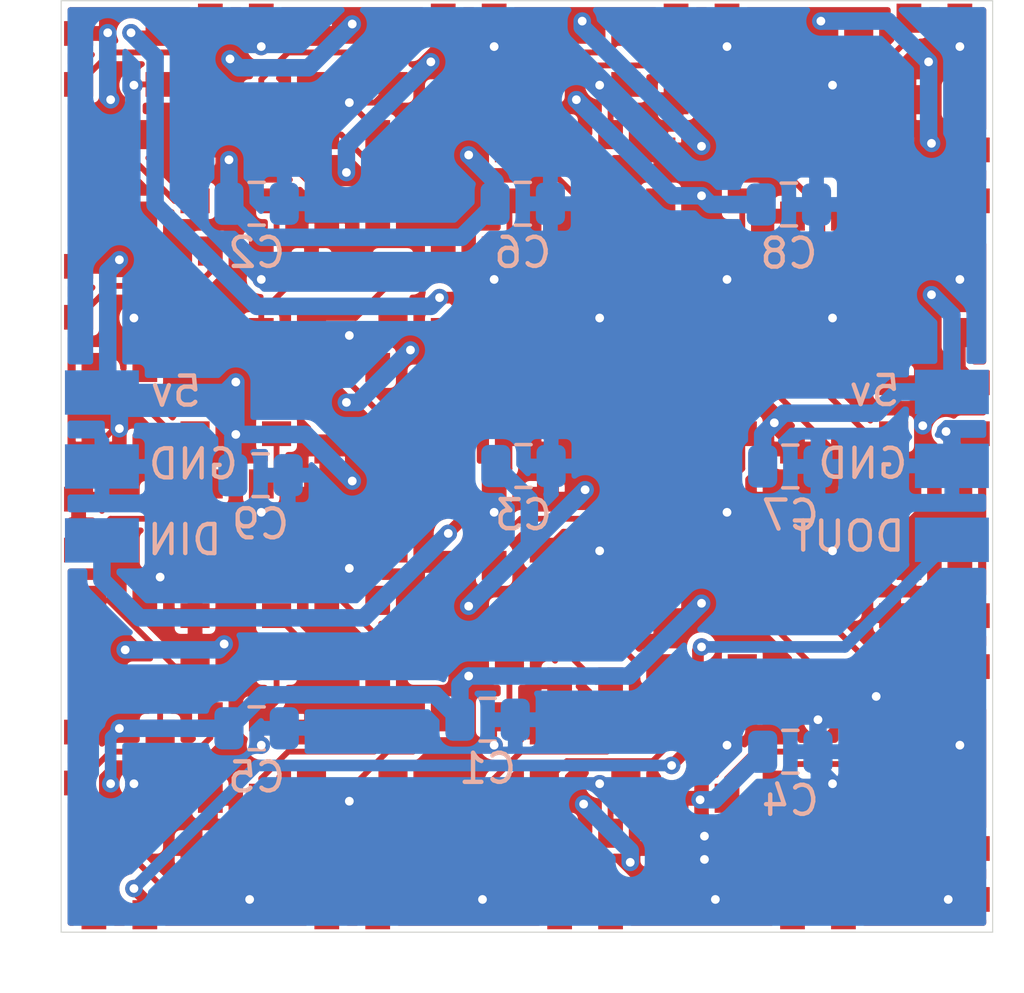
<source format=kicad_pcb>
(kicad_pcb (version 20171130) (host pcbnew 5.1.9)
  (title_block (rev 1))
  (layers (0 Front signal) (31 Back signal) (34 B.Paste user) (35 F.Paste user) (36 B.SilkS user) (37 F.SilkS user) (38 B.Mask user) (39 F.Mask user) (44 Edge.Cuts user))
  (net 0 "")
  (net 1 GND)
  (net 2 N$64)
  (net 3 N$1)
  (net 4 VCC)
  (net 5 N$2)
  (net 6 N$3)
  (net 7 N$4)
  (net 8 N$5)
  (net 9 N$6)
  (net 10 N$7)
  (net 11 N$8)
  (net 12 N$9)
  (net 13 N$10)
  (net 14 N$11)
  (net 15 N$12)
  (net 16 N$13)
  (net 17 N$14)
  (net 18 N$15)
  (net 19 N$16)
  (net 20 N$17)
  (net 21 N$18)
  (net 22 N$19)
  (net 23 N$20)
  (net 24 N$21)
  (net 25 N$22)
  (net 26 N$23)
  (net 27 N$24)
  (net 28 N$25)
  (net 29 N$26)
  (net 30 N$27)
  (net 31 N$28)
  (net 32 N$29)
  (net 33 N$30)
  (net 34 N$31)
  (net 35 N$32)
  (net 36 N$33)
  (net 37 N$34)
  (net 38 N$35)
  (net 39 N$36)
  (net 40 N$37)
  (net 41 N$38)
  (net 42 N$39)
  (net 43 N$40)
  (net 44 N$41)
  (net 45 N$42)
  (net 46 N$43)
  (net 47 N$44)
  (net 48 N$45)
  (net 49 N$46)
  (net 50 N$47)
  (net 51 N$48)
  (net 52 N$49)
  (net 53 N$50)
  (net 54 N$51)
  (net 55 N$52)
  (net 56 N$53)
  (net 57 N$54)
  (net 58 N$55)
  (net 59 N$56)
  (net 60 N$57)
  (net 61 N$58)
  (net 62 N$59)
  (net 63 N$60)
  (net 64 N$61)
  (net 65 N$62)
  (net 66 N$63)
  (net 67 N$65)
  (module SMD_Pads:smd_pads_3_in (layer Back) (at 3.64 16.02 90)
    (fp_text reference J1 hide)
    (fp_text value Conn_01x03)
    (fp_text user 5v (at 2.6 0.3 180) (layer B.SilkS) (effects (justify mirror)))
    (fp_text user GND (at 0.1 0.9 180) (layer B.SilkS) (effects (justify mirror)))
    (fp_text user DIN (at -2.5 0.6) (layer B.SilkS) (effects (justify mirror)))
    (pad 1 smd rect (at 2.56 -2.24 90) (size 1.524 2.54) (layers Back B.Paste B.Mask) (net 4 VCC))
    (pad 3 smd rect (at -2.52 -2.24 90) (size 1.524 2.54) (layers Back B.Paste B.Mask) (net 2 N$64))
    (pad 2 smd rect (at 0.02 -2.24 90) (size 1.524 2.54) (layers Back B.Paste B.Mask) (net 1 GND))
  )
  (module SMD_Pads:smd_pads_3_out (layer Back) (at 32.84 16 90)
    (fp_text reference J2 hide)
    (fp_text value Conn_01x03)
    (fp_text user 5v (at 2.6 -4.9 180) (layer B.SilkS) (effects (justify mirror)))
    (fp_text user GND (at 0.1 -5.3 180) (layer B.SilkS) (effects (justify mirror)))
    (fp_text user DOUT (at -2.4 -5.8 180) (layer B.SilkS) (effects (justify mirror)))
    (pad 1 smd rect (at 2.56 -2.24 90) (size 1.524 2.54) (layers Back B.Paste B.Mask) (net 4 VCC))
    (pad 3 smd rect (at -2.52 -2.24 90) (size 1.524 2.54) (layers Back B.Paste B.Mask) (net 67 N$65))
    (pad 2 smd rect (at 0.02 -2.24 90) (size 1.524 2.54) (layers Back B.Paste B.Mask) (net 1 GND))
  )
  (module Capacitor_SMD:C_0805_2012Metric (layer Back) (at 14.65 24.7)
    (fp_text reference C1 (at 0 1.68) (layer B.SilkS) (effects (justify mirror)))
    (fp_text value 4.7uf)
    (pad 2 smd roundrect (at 0.95 0) (size 1 1.45) (layers Back B.Paste B.Mask) (net 1 GND))
    (pad 1 smd roundrect (at -0.95 0) (size 1 1.45) (layers Back B.Paste B.Mask) (net 4 VCC))
  )
  (module Capacitor_SMD:C_0805_2012Metric (layer Back) (at 6.715001 6.974999)
    (fp_text reference C2 (at 0 1.68) (layer B.SilkS) (effects (justify mirror)))
    (fp_text value 4.7uf)
    (pad 1 smd roundrect (at -0.95 0) (size 1 1.45) (layers Back B.Paste B.Mask) (net 4 VCC))
    (pad 2 smd roundrect (at 0.95 0) (size 1 1.45) (layers Back B.Paste B.Mask) (net 1 GND))
  )
  (module Capacitor_SMD:C_0805_2012Metric (layer Back) (at 15.8825 15.984999)
    (fp_text reference C3 (at 0 1.68) (layer B.SilkS) (effects (justify mirror)))
    (fp_text value 4.7uf)
    (pad 1 smd roundrect (at -0.95 0) (size 1 1.45) (layers Back B.Paste B.Mask) (net 4 VCC))
    (pad 2 smd roundrect (at 0.95 0) (size 1 1.45) (layers Back B.Paste B.Mask) (net 1 GND))
  )
  (module Capacitor_SMD:C_0805_2012Metric (layer Back) (at 25.05 25.8)
    (fp_text reference C4 (at 0 1.68) (layer B.SilkS) (effects (justify mirror)))
    (fp_text value 4.7uf)
    (pad 1 smd roundrect (at -0.95 0) (size 1 1.45) (layers Back B.Paste B.Mask) (net 4 VCC))
    (pad 2 smd roundrect (at 0.95 0) (size 1 1.45) (layers Back B.Paste B.Mask) (net 1 GND))
  )
  (module Capacitor_SMD:C_0805_2012Metric (layer Back) (at 6.715001 24.994999)
    (fp_text reference C5 (at 0 1.68) (layer B.SilkS) (effects (justify mirror)))
    (fp_text value 4.7uf)
    (pad 1 smd roundrect (at -0.95 0) (size 1 1.45) (layers Back B.Paste B.Mask) (net 4 VCC))
    (pad 2 smd roundrect (at 0.95 0) (size 1 1.45) (layers Back B.Paste B.Mask) (net 1 GND))
  )
  (module Capacitor_SMD:C_0805_2012Metric (layer Back) (at 15.8575 6.974999)
    (fp_text reference C6 (at 0 1.68) (layer B.SilkS) (effects (justify mirror)))
    (fp_text value 4.7uf)
    (pad 2 smd roundrect (at 0.95 0) (size 1 1.45) (layers Back B.Paste B.Mask) (net 1 GND))
    (pad 1 smd roundrect (at -0.95 0) (size 1 1.45) (layers Back B.Paste B.Mask) (net 4 VCC))
  )
  (module Capacitor_SMD:C_0805_2012Metric (layer Back) (at 25.05 16)
    (fp_text reference C7 (at 0 1.68) (layer B.SilkS) (effects (justify mirror)))
    (fp_text value 4.7uf)
    (pad 2 smd roundrect (at 0.95 0) (size 1 1.45) (layers Back B.Paste B.Mask) (net 1 GND))
    (pad 1 smd roundrect (at -0.95 0) (size 1 1.45) (layers Back B.Paste B.Mask) (net 4 VCC))
  )
  (module Capacitor_SMD:C_0805_2012Metric (layer Back) (at 25 7)
    (fp_text reference C8 (at 0 1.68) (layer B.SilkS) (effects (justify mirror)))
    (fp_text value 4.7uf)
    (pad 1 smd roundrect (at -0.95 0) (size 1 1.45) (layers Back B.Paste B.Mask) (net 4 VCC))
    (pad 2 smd roundrect (at 0.95 0) (size 1 1.45) (layers Back B.Paste B.Mask) (net 1 GND))
  )
  (module Capacitor_SMD:C_0805_2012Metric (layer Back) (at 6.85 16.3)
    (fp_text reference C9 (at 0 1.68) (layer B.SilkS) (effects (justify mirror)))
    (fp_text value 4.7uf)
    (pad 2 smd roundrect (at 0.95 0) (size 1 1.45) (layers Back B.Paste B.Mask) (net 1 GND))
    (pad 1 smd roundrect (at -0.95 0) (size 1 1.45) (layers Back B.Paste B.Mask) (net 4 VCC))
  )
  (module LED_SK6812MINI_PLCC4_3.5x3.5mm_P1.75mm_lowprofile (layer Front) (at 2 2)
    (fp_text reference D1)
    (fp_text value WS2812B-MINI hide)
    (pad 3 smd rect (at 1.4 0.875) (size 1 0.85) (layers Front F.Paste F.Mask) (net 1 GND))
    (pad 4 smd rect (at 1.4 -0.875) (size 1 0.85) (layers Front F.Paste F.Mask) (net 2 N$64))
    (pad 2 smd rect (at -1.4 0.875) (size 1 0.85) (layers Front F.Paste F.Mask) (net 3 N$1))
    (pad 1 smd rect (at -1.4 -0.875) (size 1 0.85) (layers Front F.Paste F.Mask) (net 4 VCC))
  )
  (module LED_SK6812MINI_PLCC4_3.5x3.5mm_P1.75mm_lowprofile (layer Front) (at 6 2 90)
    (fp_text reference D2)
    (fp_text value WS2812B-MINI hide)
    (pad 1 smd rect (at -1.4 -0.875 90) (size 1 0.85) (layers Front F.Paste F.Mask) (net 4 VCC))
    (pad 2 smd rect (at -1.4 0.875 90) (size 1 0.85) (layers Front F.Paste F.Mask) (net 5 N$2))
    (pad 4 smd rect (at 1.4 -0.875 90) (size 1 0.85) (layers Front F.Paste F.Mask) (net 3 N$1))
    (pad 3 smd rect (at 1.4 0.875 90) (size 1 0.85) (layers Front F.Paste F.Mask) (net 1 GND))
  )
  (module LED_SK6812MINI_PLCC4_3.5x3.5mm_P1.75mm_lowprofile (layer Front) (at 10 2)
    (fp_text reference D3)
    (fp_text value WS2812B-MINI hide)
    (pad 1 smd rect (at -1.4 -0.875) (size 1 0.85) (layers Front F.Paste F.Mask) (net 4 VCC))
    (pad 2 smd rect (at -1.4 0.875) (size 1 0.85) (layers Front F.Paste F.Mask) (net 6 N$3))
    (pad 4 smd rect (at 1.4 -0.875) (size 1 0.85) (layers Front F.Paste F.Mask) (net 5 N$2))
    (pad 3 smd rect (at 1.4 0.875) (size 1 0.85) (layers Front F.Paste F.Mask) (net 1 GND))
  )
  (module LED_SK6812MINI_PLCC4_3.5x3.5mm_P1.75mm_lowprofile (layer Front) (at 14 2 90)
    (fp_text reference D4)
    (fp_text value WS2812B-MINI hide)
    (pad 1 smd rect (at -1.4 -0.875 90) (size 1 0.85) (layers Front F.Paste F.Mask) (net 4 VCC))
    (pad 2 smd rect (at -1.4 0.875 90) (size 1 0.85) (layers Front F.Paste F.Mask) (net 7 N$4))
    (pad 4 smd rect (at 1.4 -0.875 90) (size 1 0.85) (layers Front F.Paste F.Mask) (net 6 N$3))
    (pad 3 smd rect (at 1.4 0.875 90) (size 1 0.85) (layers Front F.Paste F.Mask) (net 1 GND))
  )
  (module LED_SK6812MINI_PLCC4_3.5x3.5mm_P1.75mm_lowprofile (layer Front) (at 18 2)
    (fp_text reference D5)
    (fp_text value WS2812B-MINI hide)
    (pad 1 smd rect (at -1.4 -0.875) (size 1 0.85) (layers Front F.Paste F.Mask) (net 4 VCC))
    (pad 2 smd rect (at -1.4 0.875) (size 1 0.85) (layers Front F.Paste F.Mask) (net 8 N$5))
    (pad 4 smd rect (at 1.4 -0.875) (size 1 0.85) (layers Front F.Paste F.Mask) (net 7 N$4))
    (pad 3 smd rect (at 1.4 0.875) (size 1 0.85) (layers Front F.Paste F.Mask) (net 1 GND))
  )
  (module LED_SK6812MINI_PLCC4_3.5x3.5mm_P1.75mm_lowprofile (layer Front) (at 22 2 90)
    (fp_text reference D6)
    (fp_text value WS2812B-MINI hide)
    (pad 3 smd rect (at 1.4 0.875 90) (size 1 0.85) (layers Front F.Paste F.Mask) (net 1 GND))
    (pad 4 smd rect (at 1.4 -0.875 90) (size 1 0.85) (layers Front F.Paste F.Mask) (net 8 N$5))
    (pad 2 smd rect (at -1.4 0.875 90) (size 1 0.85) (layers Front F.Paste F.Mask) (net 9 N$6))
    (pad 1 smd rect (at -1.4 -0.875 90) (size 1 0.85) (layers Front F.Paste F.Mask) (net 4 VCC))
  )
  (module LED_SK6812MINI_PLCC4_3.5x3.5mm_P1.75mm_lowprofile (layer Front) (at 26 2)
    (fp_text reference D7)
    (fp_text value WS2812B-MINI hide)
    (pad 3 smd rect (at 1.4 0.875) (size 1 0.85) (layers Front F.Paste F.Mask) (net 1 GND))
    (pad 4 smd rect (at 1.4 -0.875) (size 1 0.85) (layers Front F.Paste F.Mask) (net 9 N$6))
    (pad 2 smd rect (at -1.4 0.875) (size 1 0.85) (layers Front F.Paste F.Mask) (net 10 N$7))
    (pad 1 smd rect (at -1.4 -0.875) (size 1 0.85) (layers Front F.Paste F.Mask) (net 4 VCC))
  )
  (module LED_SK6812MINI_PLCC4_3.5x3.5mm_P1.75mm_lowprofile (layer Front) (at 30 2 90)
    (fp_text reference D8)
    (fp_text value WS2812B-MINI hide)
    (pad 1 smd rect (at -1.4 -0.875 90) (size 1 0.85) (layers Front F.Paste F.Mask) (net 4 VCC))
    (pad 2 smd rect (at -1.4 0.875 90) (size 1 0.85) (layers Front F.Paste F.Mask) (net 11 N$8))
    (pad 4 smd rect (at 1.4 -0.875 90) (size 1 0.85) (layers Front F.Paste F.Mask) (net 10 N$7))
    (pad 3 smd rect (at 1.4 0.875 90) (size 1 0.85) (layers Front F.Paste F.Mask) (net 1 GND))
  )
  (module LED_SK6812MINI_PLCC4_3.5x3.5mm_P1.75mm_lowprofile (layer Front) (at 30 6)
    (fp_text reference D9)
    (fp_text value WS2812B-MINI hide)
    (pad 3 smd rect (at 1.4 0.875) (size 1 0.85) (layers Front F.Paste F.Mask) (net 1 GND))
    (pad 4 smd rect (at 1.4 -0.875) (size 1 0.85) (layers Front F.Paste F.Mask) (net 11 N$8))
    (pad 2 smd rect (at -1.4 0.875) (size 1 0.85) (layers Front F.Paste F.Mask) (net 12 N$9))
    (pad 1 smd rect (at -1.4 -0.875) (size 1 0.85) (layers Front F.Paste F.Mask) (net 4 VCC))
  )
  (module LED_SK6812MINI_PLCC4_3.5x3.5mm_P1.75mm_lowprofile (layer Front) (at 26 6 90)
    (fp_text reference D10)
    (fp_text value WS2812B-MINI hide)
    (pad 1 smd rect (at -1.4 -0.875 90) (size 1 0.85) (layers Front F.Paste F.Mask) (net 4 VCC))
    (pad 2 smd rect (at -1.4 0.875 90) (size 1 0.85) (layers Front F.Paste F.Mask) (net 13 N$10))
    (pad 4 smd rect (at 1.4 -0.875 90) (size 1 0.85) (layers Front F.Paste F.Mask) (net 12 N$9))
    (pad 3 smd rect (at 1.4 0.875 90) (size 1 0.85) (layers Front F.Paste F.Mask) (net 1 GND))
  )
  (module LED_SK6812MINI_PLCC4_3.5x3.5mm_P1.75mm_lowprofile (layer Front) (at 22 6)
    (fp_text reference D11)
    (fp_text value WS2812B-MINI hide)
    (pad 3 smd rect (at 1.4 0.875) (size 1 0.85) (layers Front F.Paste F.Mask) (net 1 GND))
    (pad 4 smd rect (at 1.4 -0.875) (size 1 0.85) (layers Front F.Paste F.Mask) (net 13 N$10))
    (pad 2 smd rect (at -1.4 0.875) (size 1 0.85) (layers Front F.Paste F.Mask) (net 14 N$11))
    (pad 1 smd rect (at -1.4 -0.875) (size 1 0.85) (layers Front F.Paste F.Mask) (net 4 VCC))
  )
  (module LED_SK6812MINI_PLCC4_3.5x3.5mm_P1.75mm_lowprofile (layer Front) (at 18 6 90)
    (fp_text reference D12)
    (fp_text value WS2812B-MINI hide)
    (pad 1 smd rect (at -1.4 -0.875 90) (size 1 0.85) (layers Front F.Paste F.Mask) (net 4 VCC))
    (pad 2 smd rect (at -1.4 0.875 90) (size 1 0.85) (layers Front F.Paste F.Mask) (net 15 N$12))
    (pad 4 smd rect (at 1.4 -0.875 90) (size 1 0.85) (layers Front F.Paste F.Mask) (net 14 N$11))
    (pad 3 smd rect (at 1.4 0.875 90) (size 1 0.85) (layers Front F.Paste F.Mask) (net 1 GND))
  )
  (module LED_SK6812MINI_PLCC4_3.5x3.5mm_P1.75mm_lowprofile (layer Front) (at 14 6)
    (fp_text reference D13)
    (fp_text value WS2812B-MINI hide)
    (pad 3 smd rect (at 1.4 0.875) (size 1 0.85) (layers Front F.Paste F.Mask) (net 1 GND))
    (pad 4 smd rect (at 1.4 -0.875) (size 1 0.85) (layers Front F.Paste F.Mask) (net 15 N$12))
    (pad 2 smd rect (at -1.4 0.875) (size 1 0.85) (layers Front F.Paste F.Mask) (net 16 N$13))
    (pad 1 smd rect (at -1.4 -0.875) (size 1 0.85) (layers Front F.Paste F.Mask) (net 4 VCC))
  )
  (module LED_SK6812MINI_PLCC4_3.5x3.5mm_P1.75mm_lowprofile (layer Front) (at 10 6 90)
    (fp_text reference D14)
    (fp_text value WS2812B-MINI hide)
    (pad 1 smd rect (at -1.4 -0.875 90) (size 1 0.85) (layers Front F.Paste F.Mask) (net 4 VCC))
    (pad 2 smd rect (at -1.4 0.875 90) (size 1 0.85) (layers Front F.Paste F.Mask) (net 17 N$14))
    (pad 4 smd rect (at 1.4 -0.875 90) (size 1 0.85) (layers Front F.Paste F.Mask) (net 16 N$13))
    (pad 3 smd rect (at 1.4 0.875 90) (size 1 0.85) (layers Front F.Paste F.Mask) (net 1 GND))
  )
  (module LED_SK6812MINI_PLCC4_3.5x3.5mm_P1.75mm_lowprofile (layer Front) (at 6 6)
    (fp_text reference D15)
    (fp_text value WS2812B-MINI hide)
    (pad 3 smd rect (at 1.4 0.875) (size 1 0.85) (layers Front F.Paste F.Mask) (net 1 GND))
    (pad 4 smd rect (at 1.4 -0.875) (size 1 0.85) (layers Front F.Paste F.Mask) (net 17 N$14))
    (pad 2 smd rect (at -1.4 0.875) (size 1 0.85) (layers Front F.Paste F.Mask) (net 18 N$15))
    (pad 1 smd rect (at -1.4 -0.875) (size 1 0.85) (layers Front F.Paste F.Mask) (net 4 VCC))
  )
  (module LED_SK6812MINI_PLCC4_3.5x3.5mm_P1.75mm_lowprofile (layer Front) (at 2 6 90)
    (fp_text reference D16)
    (fp_text value WS2812B-MINI hide)
    (pad 1 smd rect (at -1.4 -0.875 90) (size 1 0.85) (layers Front F.Paste F.Mask) (net 4 VCC))
    (pad 2 smd rect (at -1.4 0.875 90) (size 1 0.85) (layers Front F.Paste F.Mask) (net 19 N$16))
    (pad 4 smd rect (at 1.4 -0.875 90) (size 1 0.85) (layers Front F.Paste F.Mask) (net 18 N$15))
    (pad 3 smd rect (at 1.4 0.875 90) (size 1 0.85) (layers Front F.Paste F.Mask) (net 1 GND))
  )
  (module LED_SK6812MINI_PLCC4_3.5x3.5mm_P1.75mm_lowprofile (layer Front) (at 2 10)
    (fp_text reference D17)
    (fp_text value WS2812B-MINI hide)
    (pad 1 smd rect (at -1.4 -0.875) (size 1 0.85) (layers Front F.Paste F.Mask) (net 4 VCC))
    (pad 2 smd rect (at -1.4 0.875) (size 1 0.85) (layers Front F.Paste F.Mask) (net 20 N$17))
    (pad 4 smd rect (at 1.4 -0.875) (size 1 0.85) (layers Front F.Paste F.Mask) (net 19 N$16))
    (pad 3 smd rect (at 1.4 0.875) (size 1 0.85) (layers Front F.Paste F.Mask) (net 1 GND))
  )
  (module LED_SK6812MINI_PLCC4_3.5x3.5mm_P1.75mm_lowprofile (layer Front) (at 6 10 90)
    (fp_text reference D18)
    (fp_text value WS2812B-MINI hide)
    (pad 1 smd rect (at -1.4 -0.875 90) (size 1 0.85) (layers Front F.Paste F.Mask) (net 4 VCC))
    (pad 2 smd rect (at -1.4 0.875 90) (size 1 0.85) (layers Front F.Paste F.Mask) (net 21 N$18))
    (pad 4 smd rect (at 1.4 -0.875 90) (size 1 0.85) (layers Front F.Paste F.Mask) (net 20 N$17))
    (pad 3 smd rect (at 1.4 0.875 90) (size 1 0.85) (layers Front F.Paste F.Mask) (net 1 GND))
  )
  (module LED_SK6812MINI_PLCC4_3.5x3.5mm_P1.75mm_lowprofile (layer Front) (at 10 10)
    (fp_text reference D19)
    (fp_text value WS2812B-MINI hide)
    (pad 3 smd rect (at 1.4 0.875) (size 1 0.85) (layers Front F.Paste F.Mask) (net 1 GND))
    (pad 4 smd rect (at 1.4 -0.875) (size 1 0.85) (layers Front F.Paste F.Mask) (net 21 N$18))
    (pad 2 smd rect (at -1.4 0.875) (size 1 0.85) (layers Front F.Paste F.Mask) (net 22 N$19))
    (pad 1 smd rect (at -1.4 -0.875) (size 1 0.85) (layers Front F.Paste F.Mask) (net 4 VCC))
  )
  (module LED_SK6812MINI_PLCC4_3.5x3.5mm_P1.75mm_lowprofile (layer Front) (at 14 10 90)
    (fp_text reference D20)
    (fp_text value WS2812B-MINI hide)
    (pad 3 smd rect (at 1.4 0.875 90) (size 1 0.85) (layers Front F.Paste F.Mask) (net 1 GND))
    (pad 4 smd rect (at 1.4 -0.875 90) (size 1 0.85) (layers Front F.Paste F.Mask) (net 22 N$19))
    (pad 2 smd rect (at -1.4 0.875 90) (size 1 0.85) (layers Front F.Paste F.Mask) (net 23 N$20))
    (pad 1 smd rect (at -1.4 -0.875 90) (size 1 0.85) (layers Front F.Paste F.Mask) (net 4 VCC))
  )
  (module LED_SK6812MINI_PLCC4_3.5x3.5mm_P1.75mm_lowprofile (layer Front) (at 18 10)
    (fp_text reference D21)
    (fp_text value WS2812B-MINI hide)
    (pad 1 smd rect (at -1.4 -0.875) (size 1 0.85) (layers Front F.Paste F.Mask) (net 4 VCC))
    (pad 2 smd rect (at -1.4 0.875) (size 1 0.85) (layers Front F.Paste F.Mask) (net 24 N$21))
    (pad 4 smd rect (at 1.4 -0.875) (size 1 0.85) (layers Front F.Paste F.Mask) (net 23 N$20))
    (pad 3 smd rect (at 1.4 0.875) (size 1 0.85) (layers Front F.Paste F.Mask) (net 1 GND))
  )
  (module LED_SK6812MINI_PLCC4_3.5x3.5mm_P1.75mm_lowprofile (layer Front) (at 22 10 90)
    (fp_text reference D22)
    (fp_text value WS2812B-MINI hide)
    (pad 3 smd rect (at 1.4 0.875 90) (size 1 0.85) (layers Front F.Paste F.Mask) (net 1 GND))
    (pad 4 smd rect (at 1.4 -0.875 90) (size 1 0.85) (layers Front F.Paste F.Mask) (net 24 N$21))
    (pad 2 smd rect (at -1.4 0.875 90) (size 1 0.85) (layers Front F.Paste F.Mask) (net 25 N$22))
    (pad 1 smd rect (at -1.4 -0.875 90) (size 1 0.85) (layers Front F.Paste F.Mask) (net 4 VCC))
  )
  (module LED_SK6812MINI_PLCC4_3.5x3.5mm_P1.75mm_lowprofile (layer Front) (at 26 10)
    (fp_text reference D23)
    (fp_text value WS2812B-MINI hide)
    (pad 1 smd rect (at -1.4 -0.875) (size 1 0.85) (layers Front F.Paste F.Mask) (net 4 VCC))
    (pad 2 smd rect (at -1.4 0.875) (size 1 0.85) (layers Front F.Paste F.Mask) (net 26 N$23))
    (pad 4 smd rect (at 1.4 -0.875) (size 1 0.85) (layers Front F.Paste F.Mask) (net 25 N$22))
    (pad 3 smd rect (at 1.4 0.875) (size 1 0.85) (layers Front F.Paste F.Mask) (net 1 GND))
  )
  (module LED_SK6812MINI_PLCC4_3.5x3.5mm_P1.75mm_lowprofile (layer Front) (at 30 10 90)
    (fp_text reference D24)
    (fp_text value WS2812B-MINI hide)
    (pad 3 smd rect (at 1.4 0.875 90) (size 1 0.85) (layers Front F.Paste F.Mask) (net 1 GND))
    (pad 4 smd rect (at 1.4 -0.875 90) (size 1 0.85) (layers Front F.Paste F.Mask) (net 26 N$23))
    (pad 2 smd rect (at -1.4 0.875 90) (size 1 0.85) (layers Front F.Paste F.Mask) (net 27 N$24))
    (pad 1 smd rect (at -1.4 -0.875 90) (size 1 0.85) (layers Front F.Paste F.Mask) (net 4 VCC))
  )
  (module LED_SK6812MINI_PLCC4_3.5x3.5mm_P1.75mm_lowprofile (layer Front) (at 30 14)
    (fp_text reference D25)
    (fp_text value WS2812B-MINI hide)
    (pad 3 smd rect (at 1.4 0.875) (size 1 0.85) (layers Front F.Paste F.Mask) (net 1 GND))
    (pad 4 smd rect (at 1.4 -0.875) (size 1 0.85) (layers Front F.Paste F.Mask) (net 27 N$24))
    (pad 2 smd rect (at -1.4 0.875) (size 1 0.85) (layers Front F.Paste F.Mask) (net 28 N$25))
    (pad 1 smd rect (at -1.4 -0.875) (size 1 0.85) (layers Front F.Paste F.Mask) (net 4 VCC))
  )
  (module LED_SK6812MINI_PLCC4_3.5x3.5mm_P1.75mm_lowprofile (layer Front) (at 26 14 90)
    (fp_text reference D26)
    (fp_text value WS2812B-MINI hide)
    (pad 1 smd rect (at -1.4 -0.875 90) (size 1 0.85) (layers Front F.Paste F.Mask) (net 4 VCC))
    (pad 2 smd rect (at -1.4 0.875 90) (size 1 0.85) (layers Front F.Paste F.Mask) (net 29 N$26))
    (pad 4 smd rect (at 1.4 -0.875 90) (size 1 0.85) (layers Front F.Paste F.Mask) (net 28 N$25))
    (pad 3 smd rect (at 1.4 0.875 90) (size 1 0.85) (layers Front F.Paste F.Mask) (net 1 GND))
  )
  (module LED_SK6812MINI_PLCC4_3.5x3.5mm_P1.75mm_lowprofile (layer Front) (at 22 14)
    (fp_text reference D27)
    (fp_text value WS2812B-MINI hide)
    (pad 3 smd rect (at 1.4 0.875) (size 1 0.85) (layers Front F.Paste F.Mask) (net 1 GND))
    (pad 4 smd rect (at 1.4 -0.875) (size 1 0.85) (layers Front F.Paste F.Mask) (net 29 N$26))
    (pad 2 smd rect (at -1.4 0.875) (size 1 0.85) (layers Front F.Paste F.Mask) (net 30 N$27))
    (pad 1 smd rect (at -1.4 -0.875) (size 1 0.85) (layers Front F.Paste F.Mask) (net 4 VCC))
  )
  (module LED_SK6812MINI_PLCC4_3.5x3.5mm_P1.75mm_lowprofile (layer Front) (at 18 14 90)
    (fp_text reference D28)
    (fp_text value WS2812B-MINI hide)
    (pad 1 smd rect (at -1.4 -0.875 90) (size 1 0.85) (layers Front F.Paste F.Mask) (net 4 VCC))
    (pad 2 smd rect (at -1.4 0.875 90) (size 1 0.85) (layers Front F.Paste F.Mask) (net 31 N$28))
    (pad 4 smd rect (at 1.4 -0.875 90) (size 1 0.85) (layers Front F.Paste F.Mask) (net 30 N$27))
    (pad 3 smd rect (at 1.4 0.875 90) (size 1 0.85) (layers Front F.Paste F.Mask) (net 1 GND))
  )
  (module LED_SK6812MINI_PLCC4_3.5x3.5mm_P1.75mm_lowprofile (layer Front) (at 14 14)
    (fp_text reference D29)
    (fp_text value WS2812B-MINI hide)
    (pad 3 smd rect (at 1.4 0.875) (size 1 0.85) (layers Front F.Paste F.Mask) (net 1 GND))
    (pad 4 smd rect (at 1.4 -0.875) (size 1 0.85) (layers Front F.Paste F.Mask) (net 31 N$28))
    (pad 2 smd rect (at -1.4 0.875) (size 1 0.85) (layers Front F.Paste F.Mask) (net 32 N$29))
    (pad 1 smd rect (at -1.4 -0.875) (size 1 0.85) (layers Front F.Paste F.Mask) (net 4 VCC))
  )
  (module LED_SK6812MINI_PLCC4_3.5x3.5mm_P1.75mm_lowprofile (layer Front) (at 10 14 90)
    (fp_text reference D30)
    (fp_text value WS2812B-MINI hide)
    (pad 3 smd rect (at 1.4 0.875 90) (size 1 0.85) (layers Front F.Paste F.Mask) (net 1 GND))
    (pad 4 smd rect (at 1.4 -0.875 90) (size 1 0.85) (layers Front F.Paste F.Mask) (net 32 N$29))
    (pad 2 smd rect (at -1.4 0.875 90) (size 1 0.85) (layers Front F.Paste F.Mask) (net 33 N$30))
    (pad 1 smd rect (at -1.4 -0.875 90) (size 1 0.85) (layers Front F.Paste F.Mask) (net 4 VCC))
  )
  (module LED_SK6812MINI_PLCC4_3.5x3.5mm_P1.75mm_lowprofile (layer Front) (at 6 14)
    (fp_text reference D31)
    (fp_text value WS2812B-MINI hide)
    (pad 1 smd rect (at -1.4 -0.875) (size 1 0.85) (layers Front F.Paste F.Mask) (net 4 VCC))
    (pad 2 smd rect (at -1.4 0.875) (size 1 0.85) (layers Front F.Paste F.Mask) (net 34 N$31))
    (pad 4 smd rect (at 1.4 -0.875) (size 1 0.85) (layers Front F.Paste F.Mask) (net 33 N$30))
    (pad 3 smd rect (at 1.4 0.875) (size 1 0.85) (layers Front F.Paste F.Mask) (net 1 GND))
  )
  (module LED_SK6812MINI_PLCC4_3.5x3.5mm_P1.75mm_lowprofile (layer Front) (at 2 14 90)
    (fp_text reference D32)
    (fp_text value WS2812B-MINI hide)
    (pad 3 smd rect (at 1.4 0.875 90) (size 1 0.85) (layers Front F.Paste F.Mask) (net 1 GND))
    (pad 4 smd rect (at 1.4 -0.875 90) (size 1 0.85) (layers Front F.Paste F.Mask) (net 34 N$31))
    (pad 2 smd rect (at -1.4 0.875 90) (size 1 0.85) (layers Front F.Paste F.Mask) (net 35 N$32))
    (pad 1 smd rect (at -1.4 -0.875 90) (size 1 0.85) (layers Front F.Paste F.Mask) (net 4 VCC))
  )
  (module LED_SK6812MINI_PLCC4_3.5x3.5mm_P1.75mm_lowprofile (layer Front) (at 2 18)
    (fp_text reference D33)
    (fp_text value WS2812B-MINI hide)
    (pad 1 smd rect (at -1.4 -0.875) (size 1 0.85) (layers Front F.Paste F.Mask) (net 4 VCC))
    (pad 2 smd rect (at -1.4 0.875) (size 1 0.85) (layers Front F.Paste F.Mask) (net 36 N$33))
    (pad 4 smd rect (at 1.4 -0.875) (size 1 0.85) (layers Front F.Paste F.Mask) (net 35 N$32))
    (pad 3 smd rect (at 1.4 0.875) (size 1 0.85) (layers Front F.Paste F.Mask) (net 1 GND))
  )
  (module LED_SK6812MINI_PLCC4_3.5x3.5mm_P1.75mm_lowprofile (layer Front) (at 6 18 90)
    (fp_text reference D34)
    (fp_text value WS2812B-MINI hide)
    (pad 3 smd rect (at 1.4 0.875 90) (size 1 0.85) (layers Front F.Paste F.Mask) (net 1 GND))
    (pad 4 smd rect (at 1.4 -0.875 90) (size 1 0.85) (layers Front F.Paste F.Mask) (net 36 N$33))
    (pad 2 smd rect (at -1.4 0.875 90) (size 1 0.85) (layers Front F.Paste F.Mask) (net 37 N$34))
    (pad 1 smd rect (at -1.4 -0.875 90) (size 1 0.85) (layers Front F.Paste F.Mask) (net 4 VCC))
  )
  (module LED_SK6812MINI_PLCC4_3.5x3.5mm_P1.75mm_lowprofile (layer Front) (at 10 18)
    (fp_text reference D35)
    (fp_text value WS2812B-MINI hide)
    (pad 1 smd rect (at -1.4 -0.875) (size 1 0.85) (layers Front F.Paste F.Mask) (net 4 VCC))
    (pad 2 smd rect (at -1.4 0.875) (size 1 0.85) (layers Front F.Paste F.Mask) (net 38 N$35))
    (pad 4 smd rect (at 1.4 -0.875) (size 1 0.85) (layers Front F.Paste F.Mask) (net 37 N$34))
    (pad 3 smd rect (at 1.4 0.875) (size 1 0.85) (layers Front F.Paste F.Mask) (net 1 GND))
  )
  (module LED_SK6812MINI_PLCC4_3.5x3.5mm_P1.75mm_lowprofile (layer Front) (at 14 18 90)
    (fp_text reference D36)
    (fp_text value WS2812B-MINI hide)
    (pad 3 smd rect (at 1.4 0.875 90) (size 1 0.85) (layers Front F.Paste F.Mask) (net 1 GND))
    (pad 4 smd rect (at 1.4 -0.875 90) (size 1 0.85) (layers Front F.Paste F.Mask) (net 38 N$35))
    (pad 2 smd rect (at -1.4 0.875 90) (size 1 0.85) (layers Front F.Paste F.Mask) (net 39 N$36))
    (pad 1 smd rect (at -1.4 -0.875 90) (size 1 0.85) (layers Front F.Paste F.Mask) (net 4 VCC))
  )
  (module LED_SK6812MINI_PLCC4_3.5x3.5mm_P1.75mm_lowprofile (layer Front) (at 18 18)
    (fp_text reference D37)
    (fp_text value WS2812B-MINI hide)
    (pad 1 smd rect (at -1.4 -0.875) (size 1 0.85) (layers Front F.Paste F.Mask) (net 4 VCC))
    (pad 2 smd rect (at -1.4 0.875) (size 1 0.85) (layers Front F.Paste F.Mask) (net 40 N$37))
    (pad 4 smd rect (at 1.4 -0.875) (size 1 0.85) (layers Front F.Paste F.Mask) (net 39 N$36))
    (pad 3 smd rect (at 1.4 0.875) (size 1 0.85) (layers Front F.Paste F.Mask) (net 1 GND))
  )
  (module LED_SK6812MINI_PLCC4_3.5x3.5mm_P1.75mm_lowprofile (layer Front) (at 22 18 90)
    (fp_text reference D38)
    (fp_text value WS2812B-MINI hide)
    (pad 3 smd rect (at 1.4 0.875 90) (size 1 0.85) (layers Front F.Paste F.Mask) (net 1 GND))
    (pad 4 smd rect (at 1.4 -0.875 90) (size 1 0.85) (layers Front F.Paste F.Mask) (net 40 N$37))
    (pad 2 smd rect (at -1.4 0.875 90) (size 1 0.85) (layers Front F.Paste F.Mask) (net 41 N$38))
    (pad 1 smd rect (at -1.4 -0.875 90) (size 1 0.85) (layers Front F.Paste F.Mask) (net 4 VCC))
  )
  (module LED_SK6812MINI_PLCC4_3.5x3.5mm_P1.75mm_lowprofile (layer Front) (at 26 18)
    (fp_text reference D39)
    (fp_text value WS2812B-MINI hide)
    (pad 1 smd rect (at -1.4 -0.875) (size 1 0.85) (layers Front F.Paste F.Mask) (net 4 VCC))
    (pad 2 smd rect (at -1.4 0.875) (size 1 0.85) (layers Front F.Paste F.Mask) (net 42 N$39))
    (pad 4 smd rect (at 1.4 -0.875) (size 1 0.85) (layers Front F.Paste F.Mask) (net 41 N$38))
    (pad 3 smd rect (at 1.4 0.875) (size 1 0.85) (layers Front F.Paste F.Mask) (net 1 GND))
  )
  (module LED_SK6812MINI_PLCC4_3.5x3.5mm_P1.75mm_lowprofile (layer Front) (at 30 18 90)
    (fp_text reference D40)
    (fp_text value WS2812B-MINI hide)
    (pad 1 smd rect (at -1.4 -0.875 90) (size 1 0.85) (layers Front F.Paste F.Mask) (net 4 VCC))
    (pad 2 smd rect (at -1.4 0.875 90) (size 1 0.85) (layers Front F.Paste F.Mask) (net 43 N$40))
    (pad 4 smd rect (at 1.4 -0.875 90) (size 1 0.85) (layers Front F.Paste F.Mask) (net 42 N$39))
    (pad 3 smd rect (at 1.4 0.875 90) (size 1 0.85) (layers Front F.Paste F.Mask) (net 1 GND))
  )
  (module LED_SK6812MINI_PLCC4_3.5x3.5mm_P1.75mm_lowprofile (layer Front) (at 30 22)
    (fp_text reference D41)
    (fp_text value WS2812B-MINI hide)
    (pad 3 smd rect (at 1.4 0.875) (size 1 0.85) (layers Front F.Paste F.Mask) (net 1 GND))
    (pad 4 smd rect (at 1.4 -0.875) (size 1 0.85) (layers Front F.Paste F.Mask) (net 43 N$40))
    (pad 2 smd rect (at -1.4 0.875) (size 1 0.85) (layers Front F.Paste F.Mask) (net 44 N$41))
    (pad 1 smd rect (at -1.4 -0.875) (size 1 0.85) (layers Front F.Paste F.Mask) (net 4 VCC))
  )
  (module LED_SK6812MINI_PLCC4_3.5x3.5mm_P1.75mm_lowprofile (layer Front) (at 26 22 90)
    (fp_text reference D42)
    (fp_text value WS2812B-MINI hide)
    (pad 1 smd rect (at -1.4 -0.875 90) (size 1 0.85) (layers Front F.Paste F.Mask) (net 4 VCC))
    (pad 2 smd rect (at -1.4 0.875 90) (size 1 0.85) (layers Front F.Paste F.Mask) (net 45 N$42))
    (pad 4 smd rect (at 1.4 -0.875 90) (size 1 0.85) (layers Front F.Paste F.Mask) (net 44 N$41))
    (pad 3 smd rect (at 1.4 0.875 90) (size 1 0.85) (layers Front F.Paste F.Mask) (net 1 GND))
  )
  (module LED_SK6812MINI_PLCC4_3.5x3.5mm_P1.75mm_lowprofile (layer Front) (at 22 22)
    (fp_text reference D43)
    (fp_text value WS2812B-MINI hide)
    (pad 3 smd rect (at 1.4 0.875) (size 1 0.85) (layers Front F.Paste F.Mask) (net 1 GND))
    (pad 4 smd rect (at 1.4 -0.875) (size 1 0.85) (layers Front F.Paste F.Mask) (net 45 N$42))
    (pad 2 smd rect (at -1.4 0.875) (size 1 0.85) (layers Front F.Paste F.Mask) (net 46 N$43))
    (pad 1 smd rect (at -1.4 -0.875) (size 1 0.85) (layers Front F.Paste F.Mask) (net 4 VCC))
  )
  (module LED_SK6812MINI_PLCC4_3.5x3.5mm_P1.75mm_lowprofile (layer Front) (at 18 22 90)
    (fp_text reference D44)
    (fp_text value WS2812B-MINI hide)
    (pad 1 smd rect (at -1.4 -0.875 90) (size 1 0.85) (layers Front F.Paste F.Mask) (net 4 VCC))
    (pad 2 smd rect (at -1.4 0.875 90) (size 1 0.85) (layers Front F.Paste F.Mask) (net 47 N$44))
    (pad 4 smd rect (at 1.4 -0.875 90) (size 1 0.85) (layers Front F.Paste F.Mask) (net 46 N$43))
    (pad 3 smd rect (at 1.4 0.875 90) (size 1 0.85) (layers Front F.Paste F.Mask) (net 1 GND))
  )
  (module LED_SK6812MINI_PLCC4_3.5x3.5mm_P1.75mm_lowprofile (layer Front) (at 14 22)
    (fp_text reference D45)
    (fp_text value WS2812B-MINI hide)
    (pad 3 smd rect (at 1.4 0.875) (size 1 0.85) (layers Front F.Paste F.Mask) (net 1 GND))
    (pad 4 smd rect (at 1.4 -0.875) (size 1 0.85) (layers Front F.Paste F.Mask) (net 47 N$44))
    (pad 2 smd rect (at -1.4 0.875) (size 1 0.85) (layers Front F.Paste F.Mask) (net 48 N$45))
    (pad 1 smd rect (at -1.4 -0.875) (size 1 0.85) (layers Front F.Paste F.Mask) (net 4 VCC))
  )
  (module LED_SK6812MINI_PLCC4_3.5x3.5mm_P1.75mm_lowprofile (layer Front) (at 10 22 90)
    (fp_text reference D46)
    (fp_text value WS2812B-MINI hide)
    (pad 1 smd rect (at -1.4 -0.875 90) (size 1 0.85) (layers Front F.Paste F.Mask) (net 4 VCC))
    (pad 2 smd rect (at -1.4 0.875 90) (size 1 0.85) (layers Front F.Paste F.Mask) (net 49 N$46))
    (pad 4 smd rect (at 1.4 -0.875 90) (size 1 0.85) (layers Front F.Paste F.Mask) (net 48 N$45))
    (pad 3 smd rect (at 1.4 0.875 90) (size 1 0.85) (layers Front F.Paste F.Mask) (net 1 GND))
  )
  (module LED_SK6812MINI_PLCC4_3.5x3.5mm_P1.75mm_lowprofile (layer Front) (at 6 22)
    (fp_text reference D47)
    (fp_text value WS2812B-MINI hide)
    (pad 3 smd rect (at 1.4 0.875) (size 1 0.85) (layers Front F.Paste F.Mask) (net 1 GND))
    (pad 4 smd rect (at 1.4 -0.875) (size 1 0.85) (layers Front F.Paste F.Mask) (net 49 N$46))
    (pad 2 smd rect (at -1.4 0.875) (size 1 0.85) (layers Front F.Paste F.Mask) (net 50 N$47))
    (pad 1 smd rect (at -1.4 -0.875) (size 1 0.85) (layers Front F.Paste F.Mask) (net 4 VCC))
  )
  (module LED_SK6812MINI_PLCC4_3.5x3.5mm_P1.75mm_lowprofile (layer Front) (at 2 22 90)
    (fp_text reference D48)
    (fp_text value WS2812B-MINI hide)
    (pad 1 smd rect (at -1.4 -0.875 90) (size 1 0.85) (layers Front F.Paste F.Mask) (net 4 VCC))
    (pad 2 smd rect (at -1.4 0.875 90) (size 1 0.85) (layers Front F.Paste F.Mask) (net 51 N$48))
    (pad 4 smd rect (at 1.4 -0.875 90) (size 1 0.85) (layers Front F.Paste F.Mask) (net 50 N$47))
    (pad 3 smd rect (at 1.4 0.875 90) (size 1 0.85) (layers Front F.Paste F.Mask) (net 1 GND))
  )
  (module LED_SK6812MINI_PLCC4_3.5x3.5mm_P1.75mm_lowprofile (layer Front) (at 2 26)
    (fp_text reference D49)
    (fp_text value WS2812B-MINI hide)
    (pad 3 smd rect (at 1.4 0.875) (size 1 0.85) (layers Front F.Paste F.Mask) (net 1 GND))
    (pad 4 smd rect (at 1.4 -0.875) (size 1 0.85) (layers Front F.Paste F.Mask) (net 51 N$48))
    (pad 2 smd rect (at -1.4 0.875) (size 1 0.85) (layers Front F.Paste F.Mask) (net 52 N$49))
    (pad 1 smd rect (at -1.4 -0.875) (size 1 0.85) (layers Front F.Paste F.Mask) (net 4 VCC))
  )
  (module LED_SK6812MINI_PLCC4_3.5x3.5mm_P1.75mm_lowprofile (layer Front) (at 6 26 90)
    (fp_text reference D50)
    (fp_text value WS2812B-MINI hide)
    (pad 3 smd rect (at 1.4 0.875 90) (size 1 0.85) (layers Front F.Paste F.Mask) (net 1 GND))
    (pad 4 smd rect (at 1.4 -0.875 90) (size 1 0.85) (layers Front F.Paste F.Mask) (net 52 N$49))
    (pad 2 smd rect (at -1.4 0.875 90) (size 1 0.85) (layers Front F.Paste F.Mask) (net 53 N$50))
    (pad 1 smd rect (at -1.4 -0.875 90) (size 1 0.85) (layers Front F.Paste F.Mask) (net 4 VCC))
  )
  (module LED_SK6812MINI_PLCC4_3.5x3.5mm_P1.75mm_lowprofile (layer Front) (at 10 26)
    (fp_text reference D51)
    (fp_text value WS2812B-MINI hide)
    (pad 1 smd rect (at -1.4 -0.875) (size 1 0.85) (layers Front F.Paste F.Mask) (net 4 VCC))
    (pad 2 smd rect (at -1.4 0.875) (size 1 0.85) (layers Front F.Paste F.Mask) (net 54 N$51))
    (pad 4 smd rect (at 1.4 -0.875) (size 1 0.85) (layers Front F.Paste F.Mask) (net 53 N$50))
    (pad 3 smd rect (at 1.4 0.875) (size 1 0.85) (layers Front F.Paste F.Mask) (net 1 GND))
  )
  (module LED_SK6812MINI_PLCC4_3.5x3.5mm_P1.75mm_lowprofile (layer Front) (at 14 26 90)
    (fp_text reference D52)
    (fp_text value WS2812B-MINI hide)
    (pad 3 smd rect (at 1.4 0.875 90) (size 1 0.85) (layers Front F.Paste F.Mask) (net 1 GND))
    (pad 4 smd rect (at 1.4 -0.875 90) (size 1 0.85) (layers Front F.Paste F.Mask) (net 54 N$51))
    (pad 2 smd rect (at -1.4 0.875 90) (size 1 0.85) (layers Front F.Paste F.Mask) (net 55 N$52))
    (pad 1 smd rect (at -1.4 -0.875 90) (size 1 0.85) (layers Front F.Paste F.Mask) (net 4 VCC))
  )
  (module LED_SK6812MINI_PLCC4_3.5x3.5mm_P1.75mm_lowprofile (layer Front) (at 18 26)
    (fp_text reference D53)
    (fp_text value WS2812B-MINI hide)
    (pad 3 smd rect (at 1.4 0.875) (size 1 0.85) (layers Front F.Paste F.Mask) (net 1 GND))
    (pad 4 smd rect (at 1.4 -0.875) (size 1 0.85) (layers Front F.Paste F.Mask) (net 55 N$52))
    (pad 2 smd rect (at -1.4 0.875) (size 1 0.85) (layers Front F.Paste F.Mask) (net 56 N$53))
    (pad 1 smd rect (at -1.4 -0.875) (size 1 0.85) (layers Front F.Paste F.Mask) (net 4 VCC))
  )
  (module LED_SK6812MINI_PLCC4_3.5x3.5mm_P1.75mm_lowprofile (layer Front) (at 22 26 90)
    (fp_text reference D54)
    (fp_text value WS2812B-MINI hide)
    (pad 3 smd rect (at 1.4 0.875 90) (size 1 0.85) (layers Front F.Paste F.Mask) (net 1 GND))
    (pad 4 smd rect (at 1.4 -0.875 90) (size 1 0.85) (layers Front F.Paste F.Mask) (net 56 N$53))
    (pad 2 smd rect (at -1.4 0.875 90) (size 1 0.85) (layers Front F.Paste F.Mask) (net 57 N$54))
    (pad 1 smd rect (at -1.4 -0.875 90) (size 1 0.85) (layers Front F.Paste F.Mask) (net 4 VCC))
  )
  (module LED_SK6812MINI_PLCC4_3.5x3.5mm_P1.75mm_lowprofile (layer Front) (at 26 26)
    (fp_text reference D55)
    (fp_text value WS2812B-MINI hide)
    (pad 1 smd rect (at -1.4 -0.875) (size 1 0.85) (layers Front F.Paste F.Mask) (net 4 VCC))
    (pad 2 smd rect (at -1.4 0.875) (size 1 0.85) (layers Front F.Paste F.Mask) (net 58 N$55))
    (pad 4 smd rect (at 1.4 -0.875) (size 1 0.85) (layers Front F.Paste F.Mask) (net 57 N$54))
    (pad 3 smd rect (at 1.4 0.875) (size 1 0.85) (layers Front F.Paste F.Mask) (net 1 GND))
  )
  (module LED_SK6812MINI_PLCC4_3.5x3.5mm_P1.75mm_lowprofile (layer Front) (at 30 26 90)
    (fp_text reference D56)
    (fp_text value WS2812B-MINI hide)
    (pad 3 smd rect (at 1.4 0.875 90) (size 1 0.85) (layers Front F.Paste F.Mask) (net 1 GND))
    (pad 4 smd rect (at 1.4 -0.875 90) (size 1 0.85) (layers Front F.Paste F.Mask) (net 58 N$55))
    (pad 2 smd rect (at -1.4 0.875 90) (size 1 0.85) (layers Front F.Paste F.Mask) (net 59 N$56))
    (pad 1 smd rect (at -1.4 -0.875 90) (size 1 0.85) (layers Front F.Paste F.Mask) (net 4 VCC))
  )
  (module LED_SK6812MINI_PLCC4_3.5x3.5mm_P1.75mm_lowprofile (layer Front) (at 30 30)
    (fp_text reference D57)
    (fp_text value WS2812B-MINI hide)
    (pad 1 smd rect (at -1.4 -0.875) (size 1 0.85) (layers Front F.Paste F.Mask) (net 4 VCC))
    (pad 2 smd rect (at -1.4 0.875) (size 1 0.85) (layers Front F.Paste F.Mask) (net 60 N$57))
    (pad 4 smd rect (at 1.4 -0.875) (size 1 0.85) (layers Front F.Paste F.Mask) (net 59 N$56))
    (pad 3 smd rect (at 1.4 0.875) (size 1 0.85) (layers Front F.Paste F.Mask) (net 1 GND))
  )
  (module LED_SK6812MINI_PLCC4_3.5x3.5mm_P1.75mm_lowprofile (layer Front) (at 26 30 90)
    (fp_text reference D58)
    (fp_text value WS2812B-MINI hide)
    (pad 3 smd rect (at 1.4 0.875 90) (size 1 0.85) (layers Front F.Paste F.Mask) (net 1 GND))
    (pad 4 smd rect (at 1.4 -0.875 90) (size 1 0.85) (layers Front F.Paste F.Mask) (net 60 N$57))
    (pad 2 smd rect (at -1.4 0.875 90) (size 1 0.85) (layers Front F.Paste F.Mask) (net 61 N$58))
    (pad 1 smd rect (at -1.4 -0.875 90) (size 1 0.85) (layers Front F.Paste F.Mask) (net 4 VCC))
  )
  (module LED_SK6812MINI_PLCC4_3.5x3.5mm_P1.75mm_lowprofile (layer Front) (at 22 30)
    (fp_text reference D59)
    (fp_text value WS2812B-MINI hide)
    (pad 1 smd rect (at -1.4 -0.875) (size 1 0.85) (layers Front F.Paste F.Mask) (net 4 VCC))
    (pad 2 smd rect (at -1.4 0.875) (size 1 0.85) (layers Front F.Paste F.Mask) (net 62 N$59))
    (pad 4 smd rect (at 1.4 -0.875) (size 1 0.85) (layers Front F.Paste F.Mask) (net 61 N$58))
    (pad 3 smd rect (at 1.4 0.875) (size 1 0.85) (layers Front F.Paste F.Mask) (net 1 GND))
  )
  (module LED_SK6812MINI_PLCC4_3.5x3.5mm_P1.75mm_lowprofile (layer Front) (at 18 30 90)
    (fp_text reference D60)
    (fp_text value WS2812B-MINI hide)
    (pad 1 smd rect (at -1.4 -0.875 90) (size 1 0.85) (layers Front F.Paste F.Mask) (net 4 VCC))
    (pad 2 smd rect (at -1.4 0.875 90) (size 1 0.85) (layers Front F.Paste F.Mask) (net 63 N$60))
    (pad 4 smd rect (at 1.4 -0.875 90) (size 1 0.85) (layers Front F.Paste F.Mask) (net 62 N$59))
    (pad 3 smd rect (at 1.4 0.875 90) (size 1 0.85) (layers Front F.Paste F.Mask) (net 1 GND))
  )
  (module LED_SK6812MINI_PLCC4_3.5x3.5mm_P1.75mm_lowprofile (layer Front) (at 14 30)
    (fp_text reference D61)
    (fp_text value WS2812B-MINI hide)
    (pad 3 smd rect (at 1.4 0.875) (size 1 0.85) (layers Front F.Paste F.Mask) (net 1 GND))
    (pad 4 smd rect (at 1.4 -0.875) (size 1 0.85) (layers Front F.Paste F.Mask) (net 63 N$60))
    (pad 2 smd rect (at -1.4 0.875) (size 1 0.85) (layers Front F.Paste F.Mask) (net 64 N$61))
    (pad 1 smd rect (at -1.4 -0.875) (size 1 0.85) (layers Front F.Paste F.Mask) (net 4 VCC))
  )
  (module LED_SK6812MINI_PLCC4_3.5x3.5mm_P1.75mm_lowprofile (layer Front) (at 10 30 90)
    (fp_text reference D62)
    (fp_text value WS2812B-MINI hide)
    (pad 1 smd rect (at -1.4 -0.875 90) (size 1 0.85) (layers Front F.Paste F.Mask) (net 4 VCC))
    (pad 2 smd rect (at -1.4 0.875 90) (size 1 0.85) (layers Front F.Paste F.Mask) (net 65 N$62))
    (pad 4 smd rect (at 1.4 -0.875 90) (size 1 0.85) (layers Front F.Paste F.Mask) (net 64 N$61))
    (pad 3 smd rect (at 1.4 0.875 90) (size 1 0.85) (layers Front F.Paste F.Mask) (net 1 GND))
  )
  (module LED_SK6812MINI_PLCC4_3.5x3.5mm_P1.75mm_lowprofile (layer Front) (at 6 30)
    (fp_text reference D63)
    (fp_text value WS2812B-MINI hide)
    (pad 3 smd rect (at 1.4 0.875) (size 1 0.85) (layers Front F.Paste F.Mask) (net 1 GND))
    (pad 4 smd rect (at 1.4 -0.875) (size 1 0.85) (layers Front F.Paste F.Mask) (net 65 N$62))
    (pad 2 smd rect (at -1.4 0.875) (size 1 0.85) (layers Front F.Paste F.Mask) (net 66 N$63))
    (pad 1 smd rect (at -1.4 -0.875) (size 1 0.85) (layers Front F.Paste F.Mask) (net 4 VCC))
  )
  (module LED_SK6812MINI_PLCC4_3.5x3.5mm_P1.75mm_lowprofile (layer Front) (at 2 30 90)
    (fp_text reference D64)
    (fp_text value WS2812B-MINI hide)
    (pad 1 smd rect (at -1.4 -0.875 90) (size 1 0.85) (layers Front F.Paste F.Mask) (net 4 VCC))
    (pad 2 smd rect (at -1.4 0.875 90) (size 1 0.85) (layers Front F.Paste F.Mask) (net 67 N$65))
    (pad 4 smd rect (at 1.4 -0.875 90) (size 1 0.85) (layers Front F.Paste F.Mask) (net 66 N$63))
    (pad 3 smd rect (at 1.4 0.875 90) (size 1 0.85) (layers Front F.Paste F.Mask) (net 1 GND))
  )
  (gr_line (start 32 0) (end 0 0) (layer Edge.Cuts) (width 0.0381))
  (gr_line (start 32 32) (end 32 0) (layer Edge.Cuts) (width 0.0381))
  (gr_line (start 0 32) (end 32 32) (layer Edge.Cuts) (width 0.0381))
  (gr_line (start 0 0) (end 0 32) (layer Edge.Cuts) (width 0.0381))
  (segment (start 6.875 8.6) (end 6.875 9.575) (width 0.2) (layer Front) (net 1))
  (segment (start 19.4 10.875) (end 18.525 10.875) (width 0.2) (layer Front) (net 1))
  (segment (start 30.875 8.6) (end 30.875 9.575) (width 0.2) (layer Front) (net 1))
  (via (at 6.875 9.575) (size 0.6) (drill 0.3) (layers Front Back) (net 1))
  (segment (start 3.4 10.875) (end 2.525 10.875) (width 0.2) (layer Front) (net 1))
  (via (at 30.875 9.575) (size 0.6) (drill 0.3) (layers Front Back) (net 1))
  (via (at 26.5 10.9) (size 0.6) (drill 0.3) (layers Front Back) (net 1))
  (via (at 2.5 10.9) (size 0.6) (drill 0.3) (layers Front Back) (net 1))
  (segment (start 22.875 8.6) (end 22.875 9.575) (width 0.2) (layer Front) (net 1))
  (via (at 22.875 9.575) (size 0.6) (drill 0.3) (layers Front Back) (net 1))
  (via (at 9.9 11.5) (size 0.6) (drill 0.3) (layers Front Back) (net 1))
  (segment (start 27.4 10.875) (end 26.525 10.875) (width 0.2) (layer Front) (net 1))
  (via (at 14.875 9.575) (size 0.6) (drill 0.3) (layers Front Back) (net 1))
  (via (at 18.5 10.9) (size 0.6) (drill 0.3) (layers Front Back) (net 1))
  (segment (start 10.775 11.5) (end 9.9 11.5) (width 0.2) (layer Front) (net 1))
  (segment (start 11.4 10.875) (end 10.775 11.5) (width 0.2) (layer Front) (net 1))
  (segment (start 6.875 16.6) (end 6.875 17.575) (width 0.2) (layer Front) (net 1))
  (segment (start 19.4 18.875) (end 18.525 18.875) (width 0.2) (layer Front) (net 1))
  (via (at 6.875 17.575) (size 0.6) (drill 0.3) (layers Front Back) (net 1))
  (via (at 26.5 18.9) (size 0.6) (drill 0.3) (layers Front Back) (net 1))
  (segment (start 22.875 16.6) (end 22.875 17.575) (width 0.2) (layer Front) (net 1))
  (via (at 22.875 17.575) (size 0.6) (drill 0.3) (layers Front Back) (net 1))
  (via (at 9.9 19.5) (size 0.6) (drill 0.3) (layers Front Back) (net 1))
  (segment (start 27.4 18.875) (end 26.525 18.875) (width 0.2) (layer Front) (net 1))
  (via (at 14.875 17.575) (size 0.6) (drill 0.3) (layers Front Back) (net 1))
  (via (at 18.5 18.9) (size 0.6) (drill 0.3) (layers Front Back) (net 1))
  (segment (start 10.775 19.5) (end 9.9 19.5) (width 0.2) (layer Front) (net 1))
  (segment (start 11.4 18.875) (end 10.775 19.5) (width 0.2) (layer Front) (net 1))
  (segment (start 6.875 24.6) (end 6.875 25.575) (width 0.2) (layer Front) (net 1))
  (segment (start 19.4 26.875) (end 18.525 26.875) (width 0.2) (layer Front) (net 1))
  (segment (start 30.875 24.6) (end 30.875 25.575) (width 0.2) (layer Front) (net 1))
  (via (at 6.875 25.575) (size 0.6) (drill 0.3) (layers Front Back) (net 1))
  (segment (start 3.4 26.875) (end 2.525 26.875) (width 0.2) (layer Front) (net 1))
  (via (at 30.875 25.575) (size 0.6) (drill 0.3) (layers Front Back) (net 1))
  (via (at 26.5 26.9) (size 0.6) (drill 0.3) (layers Front Back) (net 1))
  (via (at 2.5 26.9) (size 0.6) (drill 0.3) (layers Front Back) (net 1))
  (segment (start 22.875 24.6) (end 22.875 25.575) (width 0.2) (layer Front) (net 1))
  (via (at 22.875 25.575) (size 0.6) (drill 0.3) (layers Front Back) (net 1))
  (via (at 9.9 27.5) (size 0.6) (drill 0.3) (layers Front Back) (net 1))
  (segment (start 27.4 26.875) (end 26.525 26.875) (width 0.2) (layer Front) (net 1))
  (via (at 14.875 25.575) (size 0.6) (drill 0.3) (layers Front Back) (net 1))
  (via (at 18.5 26.9) (size 0.6) (drill 0.3) (layers Front Back) (net 1))
  (segment (start 10.775 27.5) (end 9.9 27.5) (width 0.2) (layer Front) (net 1))
  (segment (start 11.4 26.875) (end 10.775 27.5) (width 0.2) (layer Front) (net 1))
  (segment (start 31.4 14.875) (end 31.4 16.075) (width 0.2) (layer Front) (net 1))
  (segment (start 18.875 11.275) (end 18.5 10.9) (width 0.2) (layer Front) (net 1))
  (segment (start 23.4 14.875) (end 23.4 16.075) (width 0.2) (layer Front) (net 1))
  (segment (start 23.4 16.075) (end 22.875 16.6) (width 0.2) (layer Front) (net 1))
  (segment (start 2.5 12.3) (end 2.5 10.9) (width 0.2) (layer Front) (net 1))
  (segment (start 26.875 11.275) (end 26.5 10.9) (width 0.2) (layer Front) (net 1))
  (segment (start 15.4 16.075) (end 14.875 16.6) (width 0.2) (layer Front) (net 1))
  (segment (start 7.4 14.875) (end 7.4 16.075) (width 0.2) (layer Front) (net 1))
  (segment (start 18.875 12.6) (end 18.875 11.275) (width 0.2) (layer Front) (net 1))
  (segment (start 26.875 12.6) (end 26.875 11.275) (width 0.2) (layer Front) (net 1))
  (segment (start 2.8 12.6) (end 2.5 12.3) (width 0.2) (layer Front) (net 1))
  (segment (start 15.4 14.875) (end 15.4 16.075) (width 0.2) (layer Front) (net 1))
  (segment (start 31.4 16.075) (end 30.875 16.6) (width 0.2) (layer Front) (net 1))
  (segment (start 7.4 16.075) (end 6.875 16.6) (width 0.2) (layer Front) (net 1))
  (segment (start 10.875 12.475) (end 9.9 11.5) (width 0.2) (layer Front) (net 1))
  (segment (start 31.4 22.875) (end 31.4 24.075) (width 0.2) (layer Front) (net 1))
  (segment (start 18.875 19.275) (end 18.5 18.9) (width 0.2) (layer Front) (net 1))
  (segment (start 23.4 22.875) (end 23.4 24.075) (width 0.2) (layer Front) (net 1))
  (segment (start 23.4 24.075) (end 22.875 24.6) (width 0.2) (layer Front) (net 1))
  (segment (start 26.875 19.275) (end 26.5 18.9) (width 0.2) (layer Front) (net 1))
  (segment (start 15.4 24.075) (end 14.875 24.6) (width 0.2) (layer Front) (net 1))
  (segment (start 7.4 22.875) (end 7.4 24.075) (width 0.2) (layer Front) (net 1))
  (segment (start 18.875 20.6) (end 18.875 19.275) (width 0.2) (layer Front) (net 1))
  (segment (start 26.875 20.6) (end 26.875 19.275) (width 0.2) (layer Front) (net 1))
  (segment (start 15.4 22.875) (end 15.4 24.075) (width 0.2) (layer Front) (net 1))
  (segment (start 31.4 24.075) (end 30.875 24.6) (width 0.2) (layer Front) (net 1))
  (segment (start 7.4 24.075) (end 6.875 24.6) (width 0.2) (layer Front) (net 1))
  (segment (start 10.875 20.475) (end 9.9 19.5) (width 0.2) (layer Front) (net 1))
  (segment (start 18.875 27.275) (end 18.5 26.9) (width 0.2) (layer Front) (net 1))
  (segment (start 2.5 28.3) (end 2.5 26.9) (width 0.2) (layer Front) (net 1))
  (segment (start 26.875 27.275) (end 26.5 26.9) (width 0.2) (layer Front) (net 1))
  (segment (start 18.875 28.6) (end 18.875 27.275) (width 0.2) (layer Front) (net 1))
  (segment (start 26.875 28.6) (end 26.875 27.275) (width 0.2) (layer Front) (net 1))
  (segment (start 2.8 28.6) (end 2.5 28.3) (width 0.2) (layer Front) (net 1))
  (segment (start 10.875 28.475) (end 9.9 27.5) (width 0.2) (layer Front) (net 1))
  (segment (start 31.4 30.875) (end 30.475 30.875) (width 0.2) (layer Front) (net 1))
  (via (at 30.475 30.875) (size 0.6) (drill 0.3) (layers Front Back) (net 1))
  (segment (start 23.4 30.875) (end 22.475 30.875) (width 0.2) (layer Front) (net 1))
  (via (at 22.475 30.875) (size 0.6) (drill 0.3) (layers Front Back) (net 1))
  (segment (start 15.4 30.875) (end 14.475 30.875) (width 0.2) (layer Front) (net 1))
  (via (at 14.475 30.875) (size 0.6) (drill 0.3) (layers Front Back) (net 1))
  (segment (start 14.875 24.6) (end 14.875 25.575) (width 0.2) (layer Front) (net 1))
  (segment (start 14.875 16.6) (end 14.875 17.575) (width 0.2) (layer Front) (net 1))
  (segment (start 14.875 8.6) (end 14.875 9.575) (width 0.2) (layer Front) (net 1))
  (segment (start 6.875 0.6) (end 6.875 1.575) (width 0.2) (layer Front) (net 1))
  (via (at 6.875 1.575) (size 0.6) (drill 0.3) (layers Front Back) (net 1))
  (via (at 2.5 2.9) (size 0.6) (drill 0.3) (layers Front Back) (net 1))
  (segment (start 3.4 2.875) (end 2.525 2.875) (width 0.2) (layer Front) (net 1))
  (segment (start 14.875 0.6) (end 14.875 1.575) (width 0.2) (layer Front) (net 1))
  (via (at 14.875 1.575) (size 0.6) (drill 0.3) (layers Front Back) (net 1))
  (segment (start 22.875 0.6) (end 22.875 1.575) (width 0.2) (layer Front) (net 1))
  (via (at 22.875 1.575) (size 0.6) (drill 0.3) (layers Front Back) (net 1))
  (via (at 18.5 2.9) (size 0.6) (drill 0.3) (layers Front Back) (net 1))
  (segment (start 19.4 2.875) (end 18.525 2.875) (width 0.2) (layer Front) (net 1))
  (via (at 26.5 2.9) (size 0.6) (drill 0.3) (layers Front Back) (net 1))
  (segment (start 30.875 0.6) (end 30.875 1.575) (width 0.2) (layer Front) (net 1))
  (segment (start 30.875 1.575) (end 30.875 1.575) (width 0.2) (layer Front) (net 1))
  (via (at 30.875 1.575) (size 0.6) (drill 0.3) (layers Front Back) (net 1))
  (segment (start 26.525 2.875) (end 26.5 2.9) (width 0.2) (layer Front) (net 1))
  (segment (start 27.4 2.875) (end 26.525 2.875) (width 0.2) (layer Front) (net 1))
  (segment (start 11.4 2.875) (end 10.775 3.5) (width 0.2) (layer Front) (net 1))
  (segment (start 10.775 3.5) (end 9.9 3.5) (width 0.2) (layer Front) (net 1))
  (segment (start 9.9 3.5) (end 9.9 3.5) (width 0.2) (layer Front) (net 1))
  (via (at 9.9 3.5) (size 0.6) (drill 0.3) (layers Front Back) (net 1))
  (segment (start 2.875 4.6) (end 2.8 4.6) (width 0.2) (layer Front) (net 1))
  (segment (start 2.8 4.6) (end 2.5 4.3) (width 0.2) (layer Front) (net 1))
  (segment (start 2.5 4.3) (end 2.5 2.9) (width 0.2) (layer Front) (net 1))
  (segment (start 10.875 4.475) (end 9.9 3.5) (width 0.2) (layer Front) (net 1))
  (segment (start 10.875 4.6) (end 10.875 4.475) (width 0.2) (layer Front) (net 1))
  (segment (start 7.4 8.075) (end 6.875 8.6) (width 0.2) (layer Front) (net 1))
  (segment (start 7.4 6.875) (end 7.4 8.075) (width 0.2) (layer Front) (net 1))
  (segment (start 15.4 8.075) (end 14.875 8.6) (width 0.2) (layer Front) (net 1))
  (segment (start 15.4 6.875) (end 15.4 8.075) (width 0.2) (layer Front) (net 1))
  (segment (start 18.875 3.275) (end 18.5 2.9) (width 0.2) (layer Front) (net 1))
  (segment (start 18.875 4.6) (end 18.875 3.275) (width 0.2) (layer Front) (net 1))
  (segment (start 23.4 8.075) (end 22.875 8.6) (width 0.2) (layer Front) (net 1))
  (segment (start 23.4 6.875) (end 23.4 8.075) (width 0.2) (layer Front) (net 1))
  (segment (start 26.875 3.275) (end 26.5 2.9) (width 0.2) (layer Front) (net 1))
  (segment (start 26.875 4.6) (end 26.875 3.275) (width 0.2) (layer Front) (net 1))
  (segment (start 31.4 8.075) (end 30.875 8.6) (width 0.2) (layer Front) (net 1))
  (segment (start 31.4 6.875) (end 31.4 8.075) (width 0.2) (layer Front) (net 1))
  (segment (start 7.4 30.875) (end 6.475 30.875) (width 0.2) (layer Front) (net 1))
  (segment (start 6.475 30.875) (end 6.475 30.875) (width 0.2) (layer Front) (net 1))
  (via (at 6.475 30.875) (size 0.6) (drill 0.3) (layers Front Back) (net 1))
  (segment (start 2.875 20.6) (end 2.875 20.325) (width 0.2) (layer Front) (net 1))
  (segment (start 3.4 19.8) (end 3.4 19.8) (width 0.2) (layer Front) (net 1))
  (segment (start 2.875 20.325) (end 3.4 19.8) (width 0.2) (layer Front) (net 1))
  (segment (start 3.4 19.8) (end 3.4 18.875) (width 0.2) (layer Front) (net 1))
  (via (at 3.4 19.8) (size 0.6) (drill 0.3) (layers Front Back) (net 1))
  (segment (start 30.875 16.6) (end 30.7 16.6) (width 0.2) (layer Front) (net 1))
  (segment (start 2.4 1.1) (end 2.4 1.1) (width 0.2) (layer Back) (net 2))
  (via (at 2.4 1.1) (size 0.6) (drill 0.3) (layers Front Back) (net 2))
  (segment (start 2.425 1.125) (end 2.4 1.1) (width 0.2) (layer Front) (net 2))
  (segment (start 3.4 1.125) (end 2.425 1.125) (width 0.2) (layer Front) (net 2))
  (segment (start 1.4 18.54) (end 1.667001 18.272999) (width 0.4) (layer Back) (net 2))
  (segment (start 13.3 18.3) (end 13.3 18.3) (width 0.4) (layer Back) (net 2))
  (via (at 13.3 18.3) (size 0.6) (drill 0.3) (layers Front Back) (net 2))
  (segment (start 13.877001 17.722999) (end 13.877001 10.638399) (width 0.4) (layer Front) (net 2))
  (segment (start 13.877001 10.638399) (end 13.438602 10.2) (width 0.4) (layer Front) (net 2))
  (segment (start 13.3 18.3) (end 13.877001 17.722999) (width 0.4) (layer Front) (net 2))
  (segment (start 13.438602 10.2) (end 13 10.2) (width 0.4) (layer Front) (net 2))
  (segment (start 13 10.2) (end 13 10.2) (width 0.4) (layer Front) (net 2))
  (via (at 13 10.2) (size 0.6) (drill 0.3) (layers Front Back) (net 2))
  (segment (start 1.4 19.902) (end 2.698 21.2) (width 0.6) (layer Back) (net 2))
  (segment (start 1.4 18.54) (end 1.4 19.902) (width 0.6) (layer Back) (net 2))
  (segment (start 10.4 21.2) (end 13.3 18.3) (width 0.6) (layer Back) (net 2))
  (segment (start 2.698 21.2) (end 10.4 21.2) (width 0.6) (layer Back) (net 2))
  (segment (start 5.125 1.3) (end 5.125 0.6) (width 0.2) (layer Front) (net 3))
  (segment (start 4.647999 1.777001) (end 5.125 1.3) (width 0.2) (layer Front) (net 3))
  (segment (start 1.697999 1.777001) (end 4.647999 1.777001) (width 0.2) (layer Front) (net 3))
  (segment (start 0.6 2.875) (end 1.697999 1.777001) (width 0.2) (layer Front) (net 3))
  (via (at 2 14.7) (size 0.6) (drill 0.3) (layers Front Back) (net 4))
  (via (at 1.7 26.9) (size 0.6) (drill 0.3) (layers Front Back) (net 4))
  (via (at 2 25) (size 0.6) (drill 0.3) (layers Front Back) (net 4))
  (segment (start 1.7 25.3) (end 2 25) (width 0.4) (layer Back) (net 4))
  (segment (start 1.7 26.9) (end 1.7 25.3) (width 0.4) (layer Back) (net 4))
  (via (at 26 24.7) (size 0.6) (drill 0.3) (layers Front Back) (net 1))
  (via (at 22.1 28.7) (size 0.6) (drill 0.3) (layers Front Back) (net 1))
  (via (at 22.1 29.5) (size 0.6) (drill 0.3) (layers Front Back) (net 1))
  (via (at 28 23.9) (size 0.6) (drill 0.3) (layers Front Back) (net 1))
  (segment (start 22.1 29.5) (end 22.1 28.7) (width 0.6) (layer Back) (net 1))
  (segment (start 22.1 28.7) (end 22.1 28.6) (width 0.6) (layer Back) (net 1))
  (segment (start 27.2 24.7) (end 28 23.9) (width 0.6) (layer Back) (net 1))
  (segment (start 26 24.7) (end 27.2 24.7) (width 0.6) (layer Back) (net 1))
  (segment (start 30.6 15.98) (end 30.6 15) (width 0.6) (layer Back) (net 1))
  (segment (start 30.6 15) (end 30.4 14.8) (width 0.6) (layer Back) (net 1))
  (segment (start 30.4 14.8) (end 30.4 14.8) (width 0.6) (layer Back) (net 1))
  (via (at 30.4 14.8) (size 0.6) (drill 0.3) (layers Front Back) (net 1))
  (segment (start 30.475 14.875) (end 30.4 14.8) (width 0.6) (layer Front) (net 1))
  (segment (start 31.4 14.875) (end 30.475 14.875) (width 0.6) (layer Front) (net 1))
  (segment (start 26 25.8) (end 26 24.7) (width 0.6) (layer Back) (net 1))
  (segment (start 26 26.4) (end 26.5 26.9) (width 0.6) (layer Back) (net 1))
  (segment (start 26 25.8) (end 26 26.4) (width 0.6) (layer Back) (net 1))
  (segment (start 3.227001 1.927001) (end 2.4 1.1) (width 0.6) (layer Back) (net 2))
  (segment (start 3.227001 7.002963) (end 3.227001 1.927001) (width 0.6) (layer Back) (net 2))
  (segment (start 6.724037 10.499999) (end 3.227001 7.002963) (width 0.6) (layer Back) (net 2))
  (segment (start 12.700001 10.499999) (end 6.724037 10.499999) (width 0.6) (layer Back) (net 2))
  (segment (start 13 10.2) (end 12.700001 10.499999) (width 0.6) (layer Back) (net 2))
  (via (at 1.6 1.1) (size 0.6) (drill 0.3) (layers Front Back) (net 4))
  (via (at 1.7 3.4) (size 0.6) (drill 0.3) (layers Front Back) (net 4))
  (segment (start 1.6 3.3) (end 1.7 3.4) (width 0.6) (layer Back) (net 4))
  (segment (start 1.6 1.1) (end 1.6 3.3) (width 0.6) (layer Back) (net 4))
  (via (at 10 0.8) (size 0.6) (drill 0.3) (layers Front Back) (net 4))
  (via (at 5.8 2) (size 0.6) (drill 0.3) (layers Front Back) (net 4))
  (via (at 2 8.9) (size 0.6) (drill 0.3) (layers Front Back) (net 4))
  (via (at 6 13.1) (size 0.6) (drill 0.3) (layers Front Back) (net 4))
  (via (at 6 14.9) (size 0.6) (drill 0.3) (layers Front Back) (net 4))
  (segment (start 1.9 14) (end 5.1 14) (width 0.6) (layer Back) (net 4))
  (segment (start 4.56 13.46) (end 6 14.9) (width 0.6) (layer Back) (net 4))
  (segment (start 1.4 13.46) (end 4.56 13.46) (width 0.6) (layer Back) (net 4))
  (segment (start 6 14.9) (end 6 13.1) (width 0.6) (layer Back) (net 4))
  (segment (start 6 14.9) (end 6 14.4) (width 0.6) (layer Back) (net 4))
  (segment (start 6 14.4) (end 5.6 14) (width 0.6) (layer Back) (net 4))
  (segment (start 5.6 14) (end 5.1 13.5) (width 0.6) (layer Back) (net 4))
  (segment (start 1.600001 9.299999) (end 2 8.9) (width 0.6) (layer Back) (net 4))
  (segment (start 1.600001 13.700001) (end 1.600001 9.299999) (width 0.6) (layer Back) (net 4))
  (segment (start 1.9 14) (end 1.600001 13.700001) (width 0.6) (layer Back) (net 4))
  (segment (start 5.64 13.46) (end 5.65 13.45) (width 0.6) (layer Back) (net 4))
  (segment (start 4.56 13.46) (end 5.64 13.46) (width 0.6) (layer Back) (net 4))
  (segment (start 5.65 13.45) (end 6 13.1) (width 0.6) (layer Back) (net 4))
  (segment (start 5.1 14) (end 5.65 13.45) (width 0.6) (layer Back) (net 4))
  (via (at 10 16.5) (size 0.6) (drill 0.3) (layers Front Back) (net 4))
  (via (at 9.8 13.8) (size 0.6) (drill 0.3) (layers Front Back) (net 4))
  (segment (start 8.4 14.9) (end 10 16.5) (width 0.6) (layer Back) (net 4))
  (segment (start 6 14.9) (end 8.4 14.9) (width 0.6) (layer Back) (net 4))
  (via (at 12.7 2.1) (size 0.6) (drill 0.3) (layers Front Back) (net 4))
  (via (at 17.7 3.4) (size 0.6) (drill 0.3) (layers Front Back) (net 4))
  (via (at 17.9 0.7) (size 0.6) (drill 0.3) (layers Front Back) (net 4))
  (via (at 9.8 5.9) (size 0.6) (drill 0.3) (layers Front Back) (net 4))
  (segment (start 9.8 5) (end 12.7 2.1) (width 0.6) (layer Back) (net 4))
  (segment (start 9.8 5.9) (end 9.8 5) (width 0.6) (layer Back) (net 4))
  (via (at 22 5) (size 0.6) (drill 0.3) (layers Front Back) (net 4))
  (via (at 22 6.7) (size 0.6) (drill 0.3) (layers Front Back) (net 4))
  (segment (start 21 6.7) (end 22 6.7) (width 0.6) (layer Back) (net 4))
  (segment (start 17.7 3.4) (end 21 6.7) (width 0.6) (layer Back) (net 4))
  (segment (start 17.9 0.9) (end 22 5) (width 0.6) (layer Back) (net 4))
  (segment (start 17.9 0.7) (end 17.9 0.9) (width 0.6) (layer Back) (net 4))
  (via (at 26.1 0.7) (size 0.6) (drill 0.3) (layers Front Back) (net 4))
  (via (at 29.9 4.9) (size 0.6) (drill 0.3) (layers Front Back) (net 4))
  (via (at 29.8 2.1) (size 0.6) (drill 0.3) (layers Front Back) (net 4))
  (segment (start 28.4 0.7) (end 29.8 2.1) (width 0.6) (layer Back) (net 4))
  (segment (start 26.1 0.7) (end 28.4 0.7) (width 0.6) (layer Back) (net 4))
  (segment (start 29.8 4.8) (end 29.9 4.9) (width 0.6) (layer Back) (net 4))
  (segment (start 29.8 2.1) (end 29.8 4.8) (width 0.6) (layer Back) (net 4))
  (via (at 12 12) (size 0.6) (drill 0.3) (layers Front Back) (net 4))
  (segment (start 10.2 13.8) (end 12 12) (width 0.6) (layer Back) (net 4))
  (segment (start 9.8 13.8) (end 10.2 13.8) (width 0.6) (layer Back) (net 4))
  (via (at 18 16.8) (size 0.6) (drill 0.3) (layers Front Back) (net 4))
  (via (at 14 20.8) (size 0.6) (drill 0.3) (layers Front Back) (net 4))
  (via (at 14 23.2) (size 0.6) (drill 0.3) (layers Front Back) (net 4))
  (via (at 22 20.7) (size 0.6) (drill 0.3) (layers Front Back) (net 4))
  (segment (start 19.5 23.2) (end 22 20.7) (width 0.6) (layer Back) (net 4))
  (segment (start 14 23.2) (end 19.5 23.2) (width 0.6) (layer Back) (net 4))
  (via (at 29.9 10.1) (size 0.6) (drill 0.3) (layers Front Back) (net 4))
  (segment (start 30.6 10.8) (end 29.9 10.1) (width 0.6) (layer Back) (net 4))
  (segment (start 30.6 13.44) (end 30.6 10.8) (width 0.6) (layer Back) (net 4))
  (segment (start 28.73 13.44) (end 28 14.17) (width 0.6) (layer Back) (net 4))
  (segment (start 30.6 13.44) (end 28.73 13.44) (width 0.6) (layer Back) (net 4))
  (segment (start 1.825 14.7) (end 1.125 15.4) (width 0.2) (layer Front) (net 4))
  (segment (start 2 14.7) (end 1.825 14.7) (width 0.2) (layer Front) (net 4))
  (segment (start 2 14.06) (end 1.4 13.46) (width 0.6) (layer Back) (net 4))
  (segment (start 2 14.7) (end 2 14.06) (width 0.6) (layer Back) (net 4))
  (via (at 2.2 22.3) (size 0.6) (drill 0.3) (layers Front Back) (net 4))
  (via (at 5.6 22.1) (size 0.6) (drill 0.3) (layers Front Back) (net 4))
  (segment (start 5.4 22.3) (end 5.6 22.1) (width 0.6) (layer Back) (net 4))
  (segment (start 2.2 22.3) (end 5.4 22.3) (width 0.6) (layer Back) (net 4))
  (segment (start 13.7 23.5) (end 14 23.2) (width 0.6) (layer Back) (net 4))
  (segment (start 13.7 24.7) (end 13.7 23.5) (width 0.6) (layer Back) (net 4))
  (segment (start 16.08451 18.71549) (end 15.95 18.85) (width 0.6) (layer Back) (net 4))
  (segment (start 16.08451 17.137009) (end 16.08451 18.71549) (width 0.6) (layer Back) (net 4))
  (segment (start 14.9325 15.984999) (end 16.08451 17.137009) (width 0.6) (layer Back) (net 4))
  (segment (start 15.95 18.85) (end 18 16.8) (width 0.6) (layer Back) (net 4))
  (segment (start 14 20.8) (end 15.95 18.85) (width 0.6) (layer Back) (net 4))
  (segment (start 5.9 15) (end 6 14.9) (width 0.6) (layer Back) (net 4))
  (segment (start 5.9 16.3) (end 5.9 15) (width 0.6) (layer Back) (net 4))
  (segment (start 2.005001 24.994999) (end 2 25) (width 0.6) (layer Back) (net 4))
  (segment (start 5.765001 24.994999) (end 2.005001 24.994999) (width 0.6) (layer Back) (net 4))
  (segment (start 5.765001 6.974999) (end 5.765001 5.465001) (width 0.6) (layer Back) (net 4))
  (segment (start 5.765001 5.465001) (end 5.765001 5.465001) (width 0.6) (layer Back) (net 4))
  (via (at 5.765001 5.465001) (size 0.6) (drill 0.3) (layers Front Back) (net 4))
  (segment (start 14.9075 6.974999) (end 14.9075 6.2075) (width 0.6) (layer Back) (net 4))
  (segment (start 14.9075 6.2075) (end 14 5.3) (width 0.6) (layer Back) (net 4))
  (segment (start 14 5.3) (end 14 5.3) (width 0.6) (layer Back) (net 4))
  (via (at 14 5.3) (size 0.6) (drill 0.3) (layers Front Back) (net 4))
  (segment (start 22.3 7) (end 22 6.7) (width 0.6) (layer Back) (net 4))
  (segment (start 24.05 7) (end 22.3 7) (width 0.6) (layer Back) (net 4))
  (segment (start 24.1 16) (end 24.1 14.9) (width 0.6) (layer Back) (net 4))
  (segment (start 24.1 14.9) (end 24.5 14.5) (width 0.6) (layer Back) (net 4))
  (segment (start 24.5 14.5) (end 24.5 14.5) (width 0.6) (layer Back) (net 4))
  (via (at 24.5 14.5) (size 0.6) (drill 0.3) (layers Front Back) (net 4))
  (segment (start 25.125 15.125) (end 24.5 14.5) (width 0.6) (layer Front) (net 4))
  (segment (start 25.125 15.4) (end 25.125 15.125) (width 0.6) (layer Front) (net 4))
  (segment (start 24.83 14.17) (end 24.5 14.5) (width 0.6) (layer Back) (net 4))
  (segment (start 28 14.17) (end 24.83 14.17) (width 0.6) (layer Back) (net 4))
  (segment (start 30.6 13.44) (end 30.26 13.44) (width 0.6) (layer Back) (net 4))
  (via (at 29.6 14.6) (size 0.6) (drill 0.3) (layers Front Back) (net 4))
  (segment (start 29.6 14.44) (end 30.6 13.44) (width 0.6) (layer Back) (net 4))
  (segment (start 29.6 14.6) (end 29.6 14.44) (width 0.6) (layer Back) (net 4))
  (via (at 19.55 29.6) (size 0.6) (drill 0.3) (layers Front Back) (net 4))
  (via (at 17.95 27.6) (size 0.6) (drill 0.3) (layers Front Back) (net 4))
  (segment (start 19.55 29.2) (end 17.95 27.6) (width 0.6) (layer Back) (net 4))
  (segment (start 19.55 29.6) (end 19.55 29.2) (width 0.6) (layer Back) (net 4))
  (segment (start 8.497999 2.302001) (end 10 0.8) (width 0.6) (layer Back) (net 4))
  (segment (start 6.102001 2.302001) (end 8.497999 2.302001) (width 0.6) (layer Back) (net 4))
  (segment (start 5.8 2) (end 6.102001 2.302001) (width 0.6) (layer Back) (net 4))
  (segment (start 6.917011 8.127009) (end 5.765001 6.974999) (width 0.6) (layer Back) (net 4))
  (segment (start 13.75549 8.127009) (end 6.917011 8.127009) (width 0.6) (layer Back) (net 4))
  (segment (start 14.9075 6.974999) (end 13.75549 8.127009) (width 0.6) (layer Back) (net 4))
  (segment (start 12.842989 23.842989) (end 13.7 24.7) (width 0.6) (layer Back) (net 4))
  (segment (start 6.917011 23.842989) (end 12.842989 23.842989) (width 0.6) (layer Back) (net 4))
  (segment (start 5.765001 24.994999) (end 6.917011 23.842989) (width 0.6) (layer Back) (net 4))
  (segment (start 24.1 25.8) (end 22.45 27.45) (width 0.6) (layer Back) (net 4))
  (segment (start 22.45 27.45) (end 21.95 27.45) (width 0.6) (layer Back) (net 4))
  (segment (start 21.95 27.45) (end 21.95 27.45) (width 0.6) (layer Back) (net 4))
  (via (at 21.95 27.45) (size 0.6) (drill 0.3) (layers Front Back) (net 4))
  (segment (start 10.747999 1.777001) (end 11.4 1.125) (width 0.2) (layer Front) (net 5))
  (segment (start 7.797999 1.777001) (end 10.747999 1.777001) (width 0.2) (layer Front) (net 5))
  (segment (start 6.875 2.7) (end 7.797999 1.777001) (width 0.2) (layer Front) (net 5))
  (segment (start 6.875 3.4) (end 6.875 2.7) (width 0.2) (layer Front) (net 5))
  (segment (start 13.125 0.733602) (end 13.125 0.6) (width 0.2) (layer Front) (net 6))
  (segment (start 12.081601 1.777001) (end 13.125 0.733602) (width 0.2) (layer Front) (net 6))
  (segment (start 11.21046 1.777001) (end 12.081601 1.777001) (width 0.2) (layer Front) (net 6))
  (segment (start 10.112461 2.875) (end 11.21046 1.777001) (width 0.2) (layer Front) (net 6))
  (segment (start 8.6 2.875) (end 10.112461 2.875) (width 0.2) (layer Front) (net 6))
  (segment (start 18.747999 1.777001) (end 19.4 1.125) (width 0.2) (layer Front) (net 7))
  (segment (start 15.797999 1.777001) (end 18.747999 1.777001) (width 0.2) (layer Front) (net 7))
  (segment (start 14.875 2.7) (end 15.797999 1.777001) (width 0.2) (layer Front) (net 7))
  (segment (start 14.875 3.4) (end 14.875 2.7) (width 0.2) (layer Front) (net 7))
  (segment (start 21.125 1.3) (end 21.125 0.6) (width 0.2) (layer Front) (net 8))
  (segment (start 20.202001 2.222999) (end 21.125 1.3) (width 0.2) (layer Front) (net 8))
  (segment (start 17.252001 2.222999) (end 20.202001 2.222999) (width 0.2) (layer Front) (net 8))
  (segment (start 16.6 2.875) (end 17.252001 2.222999) (width 0.2) (layer Front) (net 8))
  (segment (start 26.747999 1.777001) (end 27.4 1.125) (width 0.2) (layer Front) (net 9))
  (segment (start 23.797999 1.777001) (end 26.747999 1.777001) (width 0.2) (layer Front) (net 9))
  (segment (start 22.875 2.7) (end 23.797999 1.777001) (width 0.2) (layer Front) (net 9))
  (segment (start 22.875 3.4) (end 22.875 2.7) (width 0.2) (layer Front) (net 9))
  (segment (start 29.125 1.3) (end 29.125 0.6) (width 0.2) (layer Front) (net 10))
  (segment (start 28.202001 2.222999) (end 29.125 1.3) (width 0.2) (layer Front) (net 10))
  (segment (start 25.252001 2.222999) (end 28.202001 2.222999) (width 0.2) (layer Front) (net 10))
  (segment (start 24.6 2.875) (end 25.252001 2.222999) (width 0.2) (layer Front) (net 10))
  (segment (start 30.875 4.6) (end 31.4 5.125) (width 0.2) (layer Front) (net 11))
  (segment (start 30.875 3.4) (end 30.875 4.6) (width 0.2) (layer Front) (net 11))
  (segment (start 25.625 4.6) (end 25.125 4.6) (width 0.2) (layer Front) (net 12))
  (segment (start 27.9 6.875) (end 25.625 4.6) (width 0.2) (layer Front) (net 12))
  (segment (start 28.6 6.875) (end 27.9 6.875) (width 0.2) (layer Front) (net 12))
  (segment (start 24.1 5.125) (end 23.4 5.125) (width 0.2) (layer Front) (net 13))
  (segment (start 26.375 7.4) (end 24.1 5.125) (width 0.2) (layer Front) (net 13))
  (segment (start 26.875 7.4) (end 26.375 7.4) (width 0.2) (layer Front) (net 13))
  (segment (start 17.625 4.6) (end 17.125 4.6) (width 0.2) (layer Front) (net 14))
  (segment (start 19.9 6.875) (end 17.625 4.6) (width 0.2) (layer Front) (net 14))
  (segment (start 20.6 6.875) (end 19.9 6.875) (width 0.2) (layer Front) (net 14))
  (segment (start 16.1 5.125) (end 15.4 5.125) (width 0.2) (layer Front) (net 15))
  (segment (start 18.375 7.4) (end 16.1 5.125) (width 0.2) (layer Front) (net 15))
  (segment (start 18.875 7.4) (end 18.375 7.4) (width 0.2) (layer Front) (net 15))
  (segment (start 9.625 4.6) (end 9.125 4.6) (width 0.2) (layer Front) (net 16))
  (segment (start 11.9 6.875) (end 9.625 4.6) (width 0.2) (layer Front) (net 16))
  (segment (start 12.6 6.875) (end 11.9 6.875) (width 0.2) (layer Front) (net 16))
  (segment (start 8.947999 6.672999) (end 7.4 5.125) (width 0.2) (layer Front) (net 17))
  (segment (start 10.147999 6.672999) (end 8.947999 6.672999) (width 0.2) (layer Front) (net 17))
  (segment (start 10.875 7.4) (end 10.147999 6.672999) (width 0.2) (layer Front) (net 17))
  (segment (start 1.625 4.6) (end 1.125 4.6) (width 0.2) (layer Front) (net 18))
  (segment (start 3.9 6.875) (end 1.625 4.6) (width 0.2) (layer Front) (net 18))
  (segment (start 4.6 6.875) (end 3.9 6.875) (width 0.2) (layer Front) (net 18))
  (segment (start 2.875 8.6) (end 3.4 9.125) (width 0.2) (layer Front) (net 19))
  (segment (start 2.875 7.4) (end 2.875 8.6) (width 0.2) (layer Front) (net 19))
  (segment (start 5.125 9.32) (end 5.125 8.62) (width 0.2) (layer Front) (net 20))
  (segment (start 4.647999 9.797001) (end 5.125 9.32) (width 0.2) (layer Front) (net 20))
  (segment (start 0.6 10.895) (end 1.697999 9.797001) (width 0.2) (layer Front) (net 20))
  (segment (start 1.697999 9.797001) (end 4.647999 9.797001) (width 0.2) (layer Front) (net 20))
  (segment (start 6.875 11.42) (end 6.875 10.72) (width 0.2) (layer Front) (net 21))
  (segment (start 10.747999 9.797001) (end 11.4 9.145) (width 0.2) (layer Front) (net 21))
  (segment (start 6.875 10.72) (end 7.797999 9.797001) (width 0.2) (layer Front) (net 21))
  (segment (start 7.797999 9.797001) (end 10.747999 9.797001) (width 0.2) (layer Front) (net 21))
  (segment (start 8.6 10.895) (end 10.112461 10.895) (width 0.2) (layer Front) (net 22))
  (segment (start 11.21046 9.797001) (end 12.081601 9.797001) (width 0.2) (layer Front) (net 22))
  (segment (start 12.081601 9.797001) (end 13.125 8.753602) (width 0.2) (layer Front) (net 22))
  (segment (start 10.112461 10.895) (end 11.21046 9.797001) (width 0.2) (layer Front) (net 22))
  (segment (start 15.797999 9.797001) (end 18.747999 9.797001) (width 0.2) (layer Front) (net 23))
  (segment (start 14.875 10.72) (end 15.797999 9.797001) (width 0.2) (layer Front) (net 23))
  (segment (start 14.875 11.42) (end 14.875 10.72) (width 0.2) (layer Front) (net 23))
  (segment (start 18.747999 9.797001) (end 19.4 9.145) (width 0.2) (layer Front) (net 23))
  (segment (start 21.125 9.32) (end 21.125 8.62) (width 0.2) (layer Front) (net 24))
  (segment (start 16.6 10.895) (end 17.252001 10.242999) (width 0.2) (layer Front) (net 24))
  (segment (start 20.320989 10.124011) (end 21.125 9.32) (width 0.2) (layer Front) (net 24))
  (segment (start 17.575989 10.124011) (end 20.320989 10.124011) (width 0.2) (layer Front) (net 24))
  (segment (start 17.457001 10.242999) (end 17.575989 10.124011) (width 0.2) (layer Front) (net 24))
  (segment (start 17.252001 10.242999) (end 17.457001 10.242999) (width 0.2) (layer Front) (net 24))
  (segment (start 22.875 11.42) (end 22.875 10.72) (width 0.2) (layer Front) (net 25))
  (segment (start 22.875 10.72) (end 23.797999 9.797001) (width 0.2) (layer Front) (net 25))
  (segment (start 23.797999 9.797001) (end 26.747999 9.797001) (width 0.2) (layer Front) (net 25))
  (segment (start 26.747999 9.797001) (end 27.4 9.145) (width 0.2) (layer Front) (net 25))
  (segment (start 29.125 9.32) (end 29.125 8.62) (width 0.2) (layer Front) (net 26))
  (segment (start 28.222001 10.222999) (end 29.125 9.32) (width 0.2) (layer Front) (net 26))
  (segment (start 25.252001 10.222999) (end 28.222001 10.222999) (width 0.2) (layer Front) (net 26))
  (segment (start 24.6 10.875) (end 25.252001 10.222999) (width 0.2) (layer Front) (net 26))
  (segment (start 30.975 11.4) (end 30.975 12.6) (width 0.2) (layer Front) (net 27))
  (segment (start 30.975 12.6) (end 31.5 13.125) (width 0.2) (layer Front) (net 27))
  (segment (start 27.683602 14.875) (end 28.6 14.875) (width 0.2) (layer Front) (net 28))
  (segment (start 25.408602 12.6) (end 27.683602 14.875) (width 0.2) (layer Front) (net 28))
  (segment (start 25.125 12.6) (end 25.408602 12.6) (width 0.2) (layer Front) (net 28))
  (segment (start 26.475 15.4) (end 24.2 13.125) (width 0.2) (layer Front) (net 29))
  (segment (start 24.2 13.125) (end 23.5 13.125) (width 0.2) (layer Front) (net 29))
  (segment (start 26.975 15.4) (end 26.475 15.4) (width 0.2) (layer Front) (net 29))
  (segment (start 19.052001 13.327001) (end 20.6 14.875) (width 0.2) (layer Front) (net 30))
  (segment (start 17.852001 13.327001) (end 19.052001 13.327001) (width 0.2) (layer Front) (net 30))
  (segment (start 17.125 12.6) (end 17.852001 13.327001) (width 0.2) (layer Front) (net 30))
  (segment (start 18.475 15.4) (end 16.2 13.125) (width 0.2) (layer Front) (net 31))
  (segment (start 16.2 13.125) (end 15.5 13.125) (width 0.2) (layer Front) (net 31))
  (segment (start 18.975 15.4) (end 18.475 15.4) (width 0.2) (layer Front) (net 31))
  (segment (start 9.379962 12.6) (end 11.654962 14.875) (width 0.2) (layer Front) (net 32))
  (segment (start 11.654962 14.875) (end 12.6 14.875) (width 0.2) (layer Front) (net 32))
  (segment (start 9.125 12.6) (end 9.379962 12.6) (width 0.2) (layer Front) (net 32))
  (segment (start 10.247999 14.672999) (end 9.047999 14.672999) (width 0.2) (layer Front) (net 33))
  (segment (start 9.047999 14.672999) (end 7.5 13.125) (width 0.2) (layer Front) (net 33))
  (segment (start 10.975 15.4) (end 10.247999 14.672999) (width 0.2) (layer Front) (net 33))
  (segment (start 1.725 12.6) (end 1.225 12.6) (width 0.2) (layer Front) (net 34))
  (segment (start 4.7 14.875) (end 4 14.875) (width 0.2) (layer Front) (net 34))
  (segment (start 1.725 12.783602) (end 3.816398 14.875) (width 0.2) (layer Front) (net 34))
  (segment (start 3.816398 14.875) (end 4 14.875) (width 0.2) (layer Front) (net 34))
  (segment (start 1.725 12.6) (end 1.725 12.783602) (width 0.2) (layer Front) (net 34))
  (segment (start 1.308602 12.783602) (end 1.125 12.6) (width 0.2) (layer Front) (net 34))
  (segment (start 1.725 12.783602) (end 1.308602 12.783602) (width 0.2) (layer Front) (net 34))
  (segment (start 3.4 15.925) (end 2.875 15.4) (width 0.2) (layer Front) (net 35))
  (segment (start 3.4 17.125) (end 3.4 15.925) (width 0.2) (layer Front) (net 35))
  (segment (start 5.125 17.32) (end 5.125 16.62) (width 0.2) (layer Front) (net 36))
  (segment (start 4.647999 17.797001) (end 5.125 17.32) (width 0.2) (layer Front) (net 36))
  (segment (start 0.6 18.895) (end 1.697999 17.797001) (width 0.2) (layer Front) (net 36))
  (segment (start 1.697999 17.797001) (end 4.647999 17.797001) (width 0.2) (layer Front) (net 36))
  (segment (start 6.875 19.42) (end 6.875 18.72) (width 0.2) (layer Front) (net 37))
  (segment (start 10.747999 17.797001) (end 11.4 17.145) (width 0.2) (layer Front) (net 37))
  (segment (start 6.875 18.72) (end 7.797999 17.797001) (width 0.2) (layer Front) (net 37))
  (segment (start 7.797999 17.797001) (end 10.747999 17.797001) (width 0.2) (layer Front) (net 37))
  (segment (start 8.6 18.895) (end 10.112461 18.895) (width 0.2) (layer Front) (net 38))
  (segment (start 11.21046 17.797001) (end 12.081601 17.797001) (width 0.2) (layer Front) (net 38))
  (segment (start 12.081601 17.797001) (end 13.125 16.753602) (width 0.2) (layer Front) (net 38))
  (segment (start 10.112461 18.895) (end 11.21046 17.797001) (width 0.2) (layer Front) (net 38))
  (segment (start 15.797999 17.797001) (end 18.747999 17.797001) (width 0.2) (layer Front) (net 39))
  (segment (start 14.875 18.72) (end 15.797999 17.797001) (width 0.2) (layer Front) (net 39))
  (segment (start 14.875 19.42) (end 14.875 18.72) (width 0.2) (layer Front) (net 39))
  (segment (start 18.747999 17.797001) (end 19.4 17.145) (width 0.2) (layer Front) (net 39))
  (segment (start 21.125 17.32) (end 21.125 16.62) (width 0.2) (layer Front) (net 40))
  (segment (start 16.6 18.895) (end 17.252001 18.242999) (width 0.2) (layer Front) (net 40))
  (segment (start 20.667999 17.777001) (end 21.125 17.32) (width 0.2) (layer Front) (net 40))
  (segment (start 19.23046 17.777001) (end 20.667999 17.777001) (width 0.2) (layer Front) (net 40))
  (segment (start 18.764462 18.242999) (end 19.23046 17.777001) (width 0.2) (layer Front) (net 40))
  (segment (start 17.252001 18.242999) (end 18.764462 18.242999) (width 0.2) (layer Front) (net 40))
  (segment (start 22.875 19.42) (end 22.875 18.72) (width 0.2) (layer Front) (net 41))
  (segment (start 22.875 18.72) (end 23.797999 17.797001) (width 0.2) (layer Front) (net 41))
  (segment (start 23.797999 17.797001) (end 26.747999 17.797001) (width 0.2) (layer Front) (net 41))
  (segment (start 26.747999 17.797001) (end 27.4 17.145) (width 0.2) (layer Front) (net 41))
  (segment (start 24.875 18.6) (end 24.6 18.875) (width 0.2) (layer Front) (net 42))
  (segment (start 25.9 18.6) (end 24.875 18.6) (width 0.2) (layer Front) (net 42))
  (segment (start 26.277001 18.222999) (end 25.9 18.6) (width 0.2) (layer Front) (net 42))
  (segment (start 29.125 17.32) (end 29.125 16.62) (width 0.2) (layer Front) (net 42))
  (segment (start 28.222001 18.222999) (end 26.277001 18.222999) (width 0.2) (layer Front) (net 42))
  (segment (start 29.125 17.32) (end 28.222001 18.222999) (width 0.2) (layer Front) (net 42))
  (segment (start 30.875 19.4) (end 30.875 20.6) (width 0.2) (layer Front) (net 43))
  (segment (start 30.875 20.6) (end 31.4 21.125) (width 0.2) (layer Front) (net 43))
  (segment (start 25.625 20.6) (end 25.125 20.6) (width 0.2) (layer Front) (net 44))
  (segment (start 28.6 22.875) (end 27.9 22.875) (width 0.2) (layer Front) (net 44))
  (segment (start 27.9 22.875) (end 25.625 20.6) (width 0.2) (layer Front) (net 44))
  (segment (start 26.375 23.4) (end 24.1 21.125) (width 0.2) (layer Front) (net 45))
  (segment (start 24.1 21.125) (end 23.4 21.125) (width 0.2) (layer Front) (net 45))
  (segment (start 26.875 23.4) (end 26.375 23.4) (width 0.2) (layer Front) (net 45))
  (segment (start 20.6 22.875) (end 19.9 22.875) (width 0.2) (layer Front) (net 46))
  (segment (start 17.625 20.6) (end 17.125 20.6) (width 0.2) (layer Front) (net 46))
  (segment (start 19.9 22.875) (end 17.625 20.6) (width 0.2) (layer Front) (net 46))
  (segment (start 18.375 23.4) (end 16.1 21.125) (width 0.2) (layer Front) (net 47))
  (segment (start 16.1 21.125) (end 15.4 21.125) (width 0.2) (layer Front) (net 47))
  (segment (start 18.875 23.4) (end 18.375 23.4) (width 0.2) (layer Front) (net 47))
  (segment (start 12.6 22.875) (end 11.9 22.875) (width 0.2) (layer Front) (net 48))
  (segment (start 11.9 22.875) (end 9.625 20.6) (width 0.2) (layer Front) (net 48))
  (segment (start 9.625 20.6) (end 9.125 20.6) (width 0.2) (layer Front) (net 48))
  (segment (start 10.147999 22.672999) (end 8.947999 22.672999) (width 0.2) (layer Front) (net 49))
  (segment (start 8.947999 22.672999) (end 7.4 21.125) (width 0.2) (layer Front) (net 49))
  (segment (start 10.875 23.4) (end 10.147999 22.672999) (width 0.2) (layer Front) (net 49))
  (segment (start 1.625 20.6) (end 1.125 20.6) (width 0.2) (layer Front) (net 50))
  (segment (start 3.9 22.875) (end 1.625 20.6) (width 0.2) (layer Front) (net 50))
  (segment (start 4.6 22.875) (end 3.9 22.875) (width 0.2) (layer Front) (net 50))
  (segment (start 3.4 23.925) (end 2.875 23.4) (width 0.2) (layer Front) (net 51))
  (segment (start 3.4 25.125) (end 3.4 23.925) (width 0.2) (layer Front) (net 51))
  (segment (start 5.125 25.32) (end 5.125 24.62) (width 0.2) (layer Front) (net 52))
  (segment (start 4.647999 25.797001) (end 5.125 25.32) (width 0.2) (layer Front) (net 52))
  (segment (start 0.6 26.895) (end 1.697999 25.797001) (width 0.2) (layer Front) (net 52))
  (segment (start 1.697999 25.797001) (end 4.647999 25.797001) (width 0.2) (layer Front) (net 52))
  (segment (start 6.875 27.42) (end 6.875 26.72) (width 0.2) (layer Front) (net 53))
  (segment (start 10.747999 25.797001) (end 11.4 25.145) (width 0.2) (layer Front) (net 53))
  (segment (start 6.875 26.72) (end 7.797999 25.797001) (width 0.2) (layer Front) (net 53))
  (segment (start 7.797999 25.797001) (end 10.747999 25.797001) (width 0.2) (layer Front) (net 53))
  (segment (start 8.6 26.895) (end 10.112461 26.895) (width 0.2) (layer Front) (net 54))
  (segment (start 11.21046 25.797001) (end 12.081601 25.797001) (width 0.2) (layer Front) (net 54))
  (segment (start 12.081601 25.797001) (end 13.125 24.753602) (width 0.2) (layer Front) (net 54))
  (segment (start 10.112461 26.895) (end 11.21046 25.797001) (width 0.2) (layer Front) (net 54))
  (segment (start 15.797999 25.797001) (end 18.747999 25.797001) (width 0.2) (layer Front) (net 55))
  (segment (start 14.875 26.72) (end 15.797999 25.797001) (width 0.2) (layer Front) (net 55))
  (segment (start 14.875 27.42) (end 14.875 26.72) (width 0.2) (layer Front) (net 55))
  (segment (start 18.747999 25.797001) (end 19.4 25.145) (width 0.2) (layer Front) (net 55))
  (segment (start 21.125 25.32) (end 21.125 24.62) (width 0.2) (layer Front) (net 56))
  (segment (start 16.6 26.895) (end 17.252001 26.242999) (width 0.2) (layer Front) (net 56))
  (segment (start 17.370991 26.124009) (end 17.252001 26.242999) (width 0.2) (layer Front) (net 56))
  (segment (start 20.320991 26.124009) (end 17.370991 26.124009) (width 0.2) (layer Front) (net 56))
  (segment (start 21.125 25.32) (end 20.320991 26.124009) (width 0.2) (layer Front) (net 56))
  (segment (start 22.875 27.42) (end 22.875 26.72) (width 0.2) (layer Front) (net 57))
  (segment (start 22.875 26.72) (end 23.797999 25.797001) (width 0.2) (layer Front) (net 57))
  (segment (start 23.797999 25.797001) (end 26.747999 25.797001) (width 0.2) (layer Front) (net 57))
  (segment (start 26.747999 25.797001) (end 27.4 25.145) (width 0.2) (layer Front) (net 57))
  (segment (start 29.125 25.32) (end 29.125 24.62) (width 0.2) (layer Front) (net 58))
  (segment (start 24.6 26.895) (end 25.252001 26.242999) (width 0.2) (layer Front) (net 58))
  (segment (start 25.272001 26.222999) (end 25.252001 26.242999) (width 0.2) (layer Front) (net 58))
  (segment (start 28.222001 26.222999) (end 25.272001 26.222999) (width 0.2) (layer Front) (net 58))
  (segment (start 29.125 25.32) (end 28.222001 26.222999) (width 0.2) (layer Front) (net 58))
  (segment (start 30.875 27.4) (end 30.875 28.6) (width 0.2) (layer Front) (net 59))
  (segment (start 30.875 28.6) (end 31.4 29.125) (width 0.2) (layer Front) (net 59))
  (segment (start 25.625 28.6) (end 25.125 28.6) (width 0.2) (layer Front) (net 60))
  (segment (start 28.6 30.875) (end 27.9 30.875) (width 0.2) (layer Front) (net 60))
  (segment (start 27.9 30.875) (end 25.625 28.6) (width 0.2) (layer Front) (net 60))
  (segment (start 26.375 31.4) (end 24.1 29.125) (width 0.2) (layer Front) (net 61))
  (segment (start 24.1 29.125) (end 23.4 29.125) (width 0.2) (layer Front) (net 61))
  (segment (start 26.875 31.4) (end 26.375 31.4) (width 0.2) (layer Front) (net 61))
  (segment (start 20.6 30.875) (end 19.9 30.875) (width 0.2) (layer Front) (net 62))
  (segment (start 17.625 28.6) (end 17.125 28.6) (width 0.2) (layer Front) (net 62))
  (segment (start 19.9 30.875) (end 17.625 28.6) (width 0.2) (layer Front) (net 62))
  (segment (start 18.375 31.4) (end 16.1 29.125) (width 0.2) (layer Front) (net 63))
  (segment (start 16.1 29.125) (end 15.4 29.125) (width 0.2) (layer Front) (net 63))
  (segment (start 18.875 31.4) (end 18.375 31.4) (width 0.2) (layer Front) (net 63))
  (segment (start 12.6 30.875) (end 11.9 30.875) (width 0.2) (layer Front) (net 64))
  (segment (start 11.9 30.875) (end 9.625 28.6) (width 0.2) (layer Front) (net 64))
  (segment (start 9.625 28.6) (end 9.125 28.6) (width 0.2) (layer Front) (net 64))
  (segment (start 10.147999 30.672999) (end 8.947999 30.672999) (width 0.2) (layer Front) (net 65))
  (segment (start 8.947999 30.672999) (end 7.4 29.125) (width 0.2) (layer Front) (net 65))
  (segment (start 10.875 31.4) (end 10.147999 30.672999) (width 0.2) (layer Front) (net 65))
  (segment (start 1.625 28.6) (end 1.125 28.6) (width 0.2) (layer Front) (net 66))
  (segment (start 3.9 30.875) (end 1.625 28.6) (width 0.2) (layer Front) (net 66))
  (segment (start 4.6 30.875) (end 3.9 30.875) (width 0.2) (layer Front) (net 66))
  (segment (start 2.875 31.4) (end 2.875 30.875) (width 0.4) (layer Front) (net 67))
  (segment (start 2.875 30.875) (end 2.5 30.5) (width 0.4) (layer Front) (net 67))
  (segment (start 2.5 30.5) (end 2.5 30.5) (width 0.4) (layer Front) (net 67))
  (via (at 2.5 30.5) (size 0.6) (drill 0.3) (layers Front Back) (net 67))
  (segment (start 6.727001 26.272999) (end 20.972999 26.272999) (width 0.4) (layer Back) (net 67))
  (segment (start 2.5 30.5) (end 6.727001 26.272999) (width 0.4) (layer Back) (net 67))
  (segment (start 20.972999 26.272999) (end 20.972999 26.272999) (width 0.4) (layer Back) (net 67))
  (via (at 20.972999 26.272999) (size 0.6) (drill 0.3) (layers Front Back) (net 67))
  (segment (start 21.877001 22.322999) (end 22 22.2) (width 0.4) (layer Front) (net 67))
  (segment (start 22 22.2) (end 22 22.2) (width 0.4) (layer Front) (net 67))
  (via (at 22 22.2) (size 0.6) (drill 0.3) (layers Front Back) (net 67))
  (segment (start 26.92 22.2) (end 30.6 18.52) (width 0.4) (layer Back) (net 67))
  (segment (start 22 22.2) (end 26.92 22.2) (width 0.4) (layer Back) (net 67))
  (segment (start 21.877001 25.368997) (end 21.877001 22.322999) (width 0.4) (layer Front) (net 67))
  (segment (start 20.972999 26.272999) (end 21.877001 25.368997) (width 0.4) (layer Front) (net 67))
  (zone (net 4) (net_name VCC) (layer Front) (connect_pads (clearance 0.2)) (min_thickness 0.2) (fill yes (arc_segments 32) (thermal_gap 0.2) (thermal_bridge_width 0.508) (smoothing fillet))
    (polygon (pts (xy 32 32) (xy 0 32) (xy 0 0) (xy 32 0)))
  )
  (zone (net 1) (net_name GND) (layer Back) (connect_pads (clearance 0.2)) (min_thickness 0.2) (fill yes (arc_segments 32) (thermal_gap 0.2) (thermal_bridge_width 0.508) (smoothing fillet))
    (polygon (pts (xy 32 32) (xy 0 32) (xy 0 0) (xy 32 0)))
  )
)
</source>
